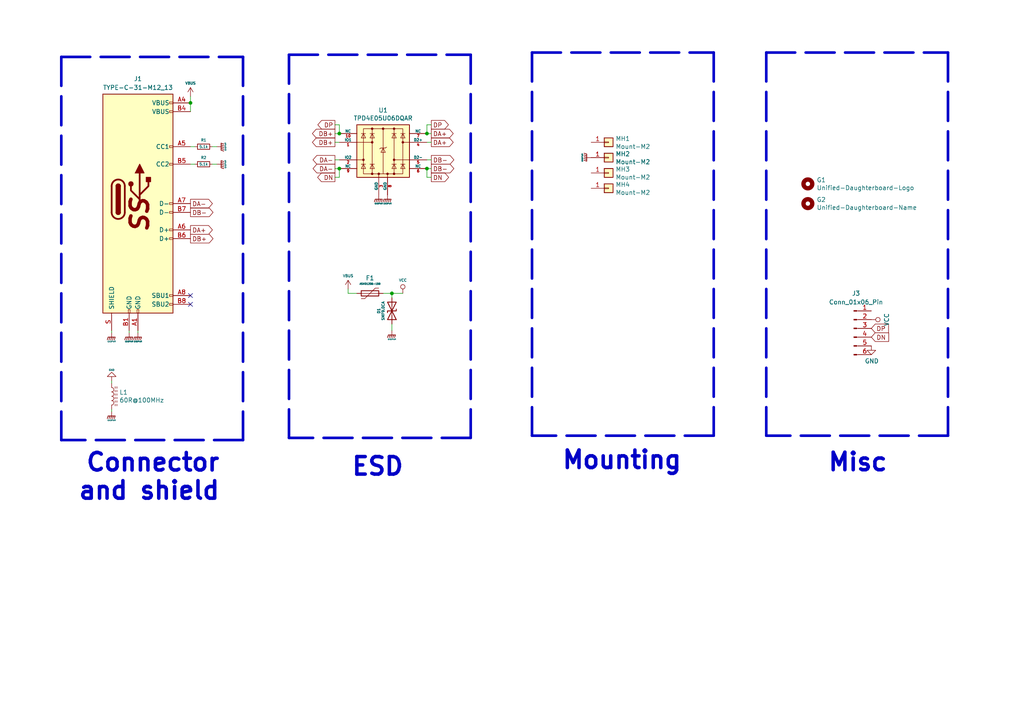
<source format=kicad_sch>
(kicad_sch
	(version 20250114)
	(generator "eeschema")
	(generator_version "9.0")
	(uuid "7624bdbd-7a6e-4d69-9e04-89233acadea6")
	(paper "A4")
	(title_block
		(title "Unified Daughterboard")
		(date "2020-03-22")
		(rev "C3")
		(company "Designed by the keyboard community")
	)
	(lib_symbols
		(symbol "Connector:Conn_01x06_Pin"
			(pin_names
				(offset 1.016)
				(hide yes)
			)
			(exclude_from_sim no)
			(in_bom yes)
			(on_board yes)
			(property "Reference" "J"
				(at 0 7.62 0)
				(effects
					(font
						(size 1.27 1.27)
					)
				)
			)
			(property "Value" "Conn_01x06_Pin"
				(at 0 -10.16 0)
				(effects
					(font
						(size 1.27 1.27)
					)
				)
			)
			(property "Footprint" ""
				(at 0 0 0)
				(effects
					(font
						(size 1.27 1.27)
					)
					(hide yes)
				)
			)
			(property "Datasheet" "~"
				(at 0 0 0)
				(effects
					(font
						(size 1.27 1.27)
					)
					(hide yes)
				)
			)
			(property "Description" "Generic connector, single row, 01x06, script generated"
				(at 0 0 0)
				(effects
					(font
						(size 1.27 1.27)
					)
					(hide yes)
				)
			)
			(property "ki_locked" ""
				(at 0 0 0)
				(effects
					(font
						(size 1.27 1.27)
					)
				)
			)
			(property "ki_keywords" "connector"
				(at 0 0 0)
				(effects
					(font
						(size 1.27 1.27)
					)
					(hide yes)
				)
			)
			(property "ki_fp_filters" "Connector*:*_1x??_*"
				(at 0 0 0)
				(effects
					(font
						(size 1.27 1.27)
					)
					(hide yes)
				)
			)
			(symbol "Conn_01x06_Pin_1_1"
				(rectangle
					(start 0.8636 5.207)
					(end 0 4.953)
					(stroke
						(width 0.1524)
						(type default)
					)
					(fill
						(type outline)
					)
				)
				(rectangle
					(start 0.8636 2.667)
					(end 0 2.413)
					(stroke
						(width 0.1524)
						(type default)
					)
					(fill
						(type outline)
					)
				)
				(rectangle
					(start 0.8636 0.127)
					(end 0 -0.127)
					(stroke
						(width 0.1524)
						(type default)
					)
					(fill
						(type outline)
					)
				)
				(rectangle
					(start 0.8636 -2.413)
					(end 0 -2.667)
					(stroke
						(width 0.1524)
						(type default)
					)
					(fill
						(type outline)
					)
				)
				(rectangle
					(start 0.8636 -4.953)
					(end 0 -5.207)
					(stroke
						(width 0.1524)
						(type default)
					)
					(fill
						(type outline)
					)
				)
				(rectangle
					(start 0.8636 -7.493)
					(end 0 -7.747)
					(stroke
						(width 0.1524)
						(type default)
					)
					(fill
						(type outline)
					)
				)
				(polyline
					(pts
						(xy 1.27 5.08) (xy 0.8636 5.08)
					)
					(stroke
						(width 0.1524)
						(type default)
					)
					(fill
						(type none)
					)
				)
				(polyline
					(pts
						(xy 1.27 2.54) (xy 0.8636 2.54)
					)
					(stroke
						(width 0.1524)
						(type default)
					)
					(fill
						(type none)
					)
				)
				(polyline
					(pts
						(xy 1.27 0) (xy 0.8636 0)
					)
					(stroke
						(width 0.1524)
						(type default)
					)
					(fill
						(type none)
					)
				)
				(polyline
					(pts
						(xy 1.27 -2.54) (xy 0.8636 -2.54)
					)
					(stroke
						(width 0.1524)
						(type default)
					)
					(fill
						(type none)
					)
				)
				(polyline
					(pts
						(xy 1.27 -5.08) (xy 0.8636 -5.08)
					)
					(stroke
						(width 0.1524)
						(type default)
					)
					(fill
						(type none)
					)
				)
				(polyline
					(pts
						(xy 1.27 -7.62) (xy 0.8636 -7.62)
					)
					(stroke
						(width 0.1524)
						(type default)
					)
					(fill
						(type none)
					)
				)
				(pin passive line
					(at 5.08 5.08 180)
					(length 3.81)
					(name "Pin_1"
						(effects
							(font
								(size 1.27 1.27)
							)
						)
					)
					(number "1"
						(effects
							(font
								(size 1.27 1.27)
							)
						)
					)
				)
				(pin passive line
					(at 5.08 2.54 180)
					(length 3.81)
					(name "Pin_2"
						(effects
							(font
								(size 1.27 1.27)
							)
						)
					)
					(number "2"
						(effects
							(font
								(size 1.27 1.27)
							)
						)
					)
				)
				(pin passive line
					(at 5.08 0 180)
					(length 3.81)
					(name "Pin_3"
						(effects
							(font
								(size 1.27 1.27)
							)
						)
					)
					(number "3"
						(effects
							(font
								(size 1.27 1.27)
							)
						)
					)
				)
				(pin passive line
					(at 5.08 -2.54 180)
					(length 3.81)
					(name "Pin_4"
						(effects
							(font
								(size 1.27 1.27)
							)
						)
					)
					(number "4"
						(effects
							(font
								(size 1.27 1.27)
							)
						)
					)
				)
				(pin passive line
					(at 5.08 -5.08 180)
					(length 3.81)
					(name "Pin_5"
						(effects
							(font
								(size 1.27 1.27)
							)
						)
					)
					(number "5"
						(effects
							(font
								(size 1.27 1.27)
							)
						)
					)
				)
				(pin passive line
					(at 5.08 -7.62 180)
					(length 3.81)
					(name "Pin_6"
						(effects
							(font
								(size 1.27 1.27)
							)
						)
					)
					(number "6"
						(effects
							(font
								(size 1.27 1.27)
							)
						)
					)
				)
			)
			(embedded_fonts no)
		)
		(symbol "Connector_Generic:Conn_01x01"
			(pin_names
				(offset 1.016)
				(hide yes)
			)
			(exclude_from_sim no)
			(in_bom yes)
			(on_board yes)
			(property "Reference" "J"
				(at 0 2.54 0)
				(effects
					(font
						(size 1.27 1.27)
					)
				)
			)
			(property "Value" "Conn_01x01"
				(at 0 -2.54 0)
				(effects
					(font
						(size 1.27 1.27)
					)
				)
			)
			(property "Footprint" ""
				(at 0 0 0)
				(effects
					(font
						(size 1.27 1.27)
					)
					(hide yes)
				)
			)
			(property "Datasheet" "~"
				(at 0 0 0)
				(effects
					(font
						(size 1.27 1.27)
					)
					(hide yes)
				)
			)
			(property "Description" "Generic connector, single row, 01x01, script generated (kicad-library-utils/schlib/autogen/connector/)"
				(at 0 0 0)
				(effects
					(font
						(size 1.27 1.27)
					)
					(hide yes)
				)
			)
			(property "ki_keywords" "connector"
				(at 0 0 0)
				(effects
					(font
						(size 1.27 1.27)
					)
					(hide yes)
				)
			)
			(property "ki_fp_filters" "Connector*:*_1x??_*"
				(at 0 0 0)
				(effects
					(font
						(size 1.27 1.27)
					)
					(hide yes)
				)
			)
			(symbol "Conn_01x01_1_1"
				(rectangle
					(start -1.27 1.27)
					(end 1.27 -1.27)
					(stroke
						(width 0.254)
						(type default)
					)
					(fill
						(type background)
					)
				)
				(rectangle
					(start -1.27 0.127)
					(end 0 -0.127)
					(stroke
						(width 0.1524)
						(type default)
					)
					(fill
						(type none)
					)
				)
				(pin passive line
					(at -5.08 0 0)
					(length 3.81)
					(name "Pin_1"
						(effects
							(font
								(size 1.27 1.27)
							)
						)
					)
					(number "1"
						(effects
							(font
								(size 1.27 1.27)
							)
						)
					)
				)
			)
			(embedded_fonts no)
		)
		(symbol "Device:D_TVS"
			(pin_numbers
				(hide yes)
			)
			(pin_names
				(offset 1.016)
				(hide yes)
			)
			(exclude_from_sim no)
			(in_bom yes)
			(on_board yes)
			(property "Reference" "D"
				(at 0 2.54 0)
				(effects
					(font
						(size 1.27 1.27)
					)
				)
			)
			(property "Value" "D_TVS"
				(at 0 -2.54 0)
				(effects
					(font
						(size 1.27 1.27)
					)
				)
			)
			(property "Footprint" ""
				(at 0 0 0)
				(effects
					(font
						(size 1.27 1.27)
					)
					(hide yes)
				)
			)
			(property "Datasheet" "~"
				(at 0 0 0)
				(effects
					(font
						(size 1.27 1.27)
					)
					(hide yes)
				)
			)
			(property "Description" "Bidirectional transient-voltage-suppression diode"
				(at 0 0 0)
				(effects
					(font
						(size 1.27 1.27)
					)
					(hide yes)
				)
			)
			(property "ki_keywords" "diode TVS thyrector"
				(at 0 0 0)
				(effects
					(font
						(size 1.27 1.27)
					)
					(hide yes)
				)
			)
			(property "ki_fp_filters" "TO-???* *_Diode_* *SingleDiode* D_*"
				(at 0 0 0)
				(effects
					(font
						(size 1.27 1.27)
					)
					(hide yes)
				)
			)
			(symbol "D_TVS_0_1"
				(polyline
					(pts
						(xy -2.54 1.27) (xy -2.54 -1.27) (xy 2.54 1.27) (xy 2.54 -1.27) (xy -2.54 1.27)
					)
					(stroke
						(width 0.254)
						(type default)
					)
					(fill
						(type none)
					)
				)
				(polyline
					(pts
						(xy 0.508 1.27) (xy 0 1.27) (xy 0 -1.27) (xy -0.508 -1.27)
					)
					(stroke
						(width 0.254)
						(type default)
					)
					(fill
						(type none)
					)
				)
				(polyline
					(pts
						(xy 1.27 0) (xy -1.27 0)
					)
					(stroke
						(width 0)
						(type default)
					)
					(fill
						(type none)
					)
				)
			)
			(symbol "D_TVS_1_1"
				(pin passive line
					(at -3.81 0 0)
					(length 2.54)
					(name "A1"
						(effects
							(font
								(size 1.27 1.27)
							)
						)
					)
					(number "1"
						(effects
							(font
								(size 1.27 1.27)
							)
						)
					)
				)
				(pin passive line
					(at 3.81 0 180)
					(length 2.54)
					(name "A2"
						(effects
							(font
								(size 1.27 1.27)
							)
						)
					)
					(number "2"
						(effects
							(font
								(size 1.27 1.27)
							)
						)
					)
				)
			)
			(embedded_fonts no)
		)
		(symbol "Device:Polyfuse"
			(pin_numbers
				(hide yes)
			)
			(pin_names
				(offset 0)
			)
			(exclude_from_sim no)
			(in_bom yes)
			(on_board yes)
			(property "Reference" "F"
				(at -2.54 0 90)
				(effects
					(font
						(size 1.27 1.27)
					)
				)
			)
			(property "Value" "Polyfuse"
				(at 2.54 0 90)
				(effects
					(font
						(size 1.27 1.27)
					)
				)
			)
			(property "Footprint" ""
				(at 1.27 -5.08 0)
				(effects
					(font
						(size 1.27 1.27)
					)
					(justify left)
					(hide yes)
				)
			)
			(property "Datasheet" "~"
				(at 0 0 0)
				(effects
					(font
						(size 1.27 1.27)
					)
					(hide yes)
				)
			)
			(property "Description" "Resettable fuse, polymeric positive temperature coefficient"
				(at 0 0 0)
				(effects
					(font
						(size 1.27 1.27)
					)
					(hide yes)
				)
			)
			(property "ki_keywords" "resettable fuse PTC PPTC polyfuse polyswitch"
				(at 0 0 0)
				(effects
					(font
						(size 1.27 1.27)
					)
					(hide yes)
				)
			)
			(property "ki_fp_filters" "*polyfuse* *PTC*"
				(at 0 0 0)
				(effects
					(font
						(size 1.27 1.27)
					)
					(hide yes)
				)
			)
			(symbol "Polyfuse_0_1"
				(polyline
					(pts
						(xy -1.524 2.54) (xy -1.524 1.524) (xy 1.524 -1.524) (xy 1.524 -2.54)
					)
					(stroke
						(width 0)
						(type default)
					)
					(fill
						(type none)
					)
				)
				(rectangle
					(start -0.762 2.54)
					(end 0.762 -2.54)
					(stroke
						(width 0.254)
						(type default)
					)
					(fill
						(type none)
					)
				)
				(polyline
					(pts
						(xy 0 2.54) (xy 0 -2.54)
					)
					(stroke
						(width 0)
						(type default)
					)
					(fill
						(type none)
					)
				)
			)
			(symbol "Polyfuse_1_1"
				(pin passive line
					(at 0 3.81 270)
					(length 1.27)
					(name "~"
						(effects
							(font
								(size 1.27 1.27)
							)
						)
					)
					(number "1"
						(effects
							(font
								(size 1.27 1.27)
							)
						)
					)
				)
				(pin passive line
					(at 0 -3.81 90)
					(length 1.27)
					(name "~"
						(effects
							(font
								(size 1.27 1.27)
							)
						)
					)
					(number "2"
						(effects
							(font
								(size 1.27 1.27)
							)
						)
					)
				)
			)
			(embedded_fonts no)
		)
		(symbol "Device:R_Small"
			(pin_numbers
				(hide yes)
			)
			(pin_names
				(offset 0.254)
				(hide yes)
			)
			(exclude_from_sim no)
			(in_bom yes)
			(on_board yes)
			(property "Reference" "R"
				(at 0.762 0.508 0)
				(effects
					(font
						(size 1.27 1.27)
					)
					(justify left)
				)
			)
			(property "Value" "R_Small"
				(at 0.762 -1.016 0)
				(effects
					(font
						(size 1.27 1.27)
					)
					(justify left)
				)
			)
			(property "Footprint" ""
				(at 0 0 0)
				(effects
					(font
						(size 1.27 1.27)
					)
					(hide yes)
				)
			)
			(property "Datasheet" "~"
				(at 0 0 0)
				(effects
					(font
						(size 1.27 1.27)
					)
					(hide yes)
				)
			)
			(property "Description" "Resistor, small symbol"
				(at 0 0 0)
				(effects
					(font
						(size 1.27 1.27)
					)
					(hide yes)
				)
			)
			(property "ki_keywords" "R resistor"
				(at 0 0 0)
				(effects
					(font
						(size 1.27 1.27)
					)
					(hide yes)
				)
			)
			(property "ki_fp_filters" "R_*"
				(at 0 0 0)
				(effects
					(font
						(size 1.27 1.27)
					)
					(hide yes)
				)
			)
			(symbol "R_Small_0_1"
				(rectangle
					(start -0.762 1.778)
					(end 0.762 -1.778)
					(stroke
						(width 0.2032)
						(type default)
					)
					(fill
						(type none)
					)
				)
			)
			(symbol "R_Small_1_1"
				(pin passive line
					(at 0 2.54 270)
					(length 0.762)
					(name "~"
						(effects
							(font
								(size 1.27 1.27)
							)
						)
					)
					(number "1"
						(effects
							(font
								(size 1.27 1.27)
							)
						)
					)
				)
				(pin passive line
					(at 0 -2.54 90)
					(length 0.762)
					(name "~"
						(effects
							(font
								(size 1.27 1.27)
							)
						)
					)
					(number "2"
						(effects
							(font
								(size 1.27 1.27)
							)
						)
					)
				)
			)
			(embedded_fonts no)
		)
		(symbol "Mechanical:MountingHole"
			(pin_names
				(offset 1.016)
			)
			(exclude_from_sim yes)
			(in_bom no)
			(on_board yes)
			(property "Reference" "H"
				(at 0 5.08 0)
				(effects
					(font
						(size 1.27 1.27)
					)
				)
			)
			(property "Value" "MountingHole"
				(at 0 3.175 0)
				(effects
					(font
						(size 1.27 1.27)
					)
				)
			)
			(property "Footprint" ""
				(at 0 0 0)
				(effects
					(font
						(size 1.27 1.27)
					)
					(hide yes)
				)
			)
			(property "Datasheet" "~"
				(at 0 0 0)
				(effects
					(font
						(size 1.27 1.27)
					)
					(hide yes)
				)
			)
			(property "Description" "Mounting Hole without connection"
				(at 0 0 0)
				(effects
					(font
						(size 1.27 1.27)
					)
					(hide yes)
				)
			)
			(property "ki_keywords" "mounting hole"
				(at 0 0 0)
				(effects
					(font
						(size 1.27 1.27)
					)
					(hide yes)
				)
			)
			(property "ki_fp_filters" "MountingHole*"
				(at 0 0 0)
				(effects
					(font
						(size 1.27 1.27)
					)
					(hide yes)
				)
			)
			(symbol "MountingHole_0_1"
				(circle
					(center 0 0)
					(radius 1.27)
					(stroke
						(width 1.27)
						(type default)
					)
					(fill
						(type none)
					)
				)
			)
			(embedded_fonts no)
		)
		(symbol "Unified-Daughterboard-rescue:GND-power"
			(power)
			(pin_names
				(offset 0)
			)
			(exclude_from_sim no)
			(in_bom yes)
			(on_board yes)
			(property "Reference" "#PWR"
				(at 0 -6.35 0)
				(effects
					(font
						(size 1.27 1.27)
					)
					(hide yes)
				)
			)
			(property "Value" "power_GND"
				(at 0 -3.81 0)
				(effects
					(font
						(size 1.27 1.27)
					)
				)
			)
			(property "Footprint" ""
				(at 0 0 0)
				(effects
					(font
						(size 1.27 1.27)
					)
					(hide yes)
				)
			)
			(property "Datasheet" ""
				(at 0 0 0)
				(effects
					(font
						(size 1.27 1.27)
					)
					(hide yes)
				)
			)
			(property "Description" ""
				(at 0 0 0)
				(effects
					(font
						(size 1.27 1.27)
					)
					(hide yes)
				)
			)
			(symbol "GND-power_0_1"
				(polyline
					(pts
						(xy 0 0) (xy 0 -1.27) (xy 1.27 -1.27) (xy 0 -2.54) (xy -1.27 -1.27) (xy 0 -1.27)
					)
					(stroke
						(width 0)
						(type solid)
					)
					(fill
						(type none)
					)
				)
			)
			(symbol "GND-power_1_1"
				(pin power_in line
					(at 0 0 270)
					(length 0)
					(hide yes)
					(name "GND"
						(effects
							(font
								(size 1.27 1.27)
							)
						)
					)
					(number "1"
						(effects
							(font
								(size 1.27 1.27)
							)
						)
					)
				)
			)
			(embedded_fonts no)
		)
		(symbol "Unified-Daughterboard-rescue:GNDPWR-power"
			(power)
			(pin_names
				(offset 0)
			)
			(exclude_from_sim no)
			(in_bom yes)
			(on_board yes)
			(property "Reference" "#PWR"
				(at 0 -5.08 0)
				(effects
					(font
						(size 1.27 1.27)
					)
					(hide yes)
				)
			)
			(property "Value" "power_GNDPWR"
				(at 0 -3.302 0)
				(effects
					(font
						(size 1.27 1.27)
					)
				)
			)
			(property "Footprint" ""
				(at 0 -1.27 0)
				(effects
					(font
						(size 1.27 1.27)
					)
					(hide yes)
				)
			)
			(property "Datasheet" ""
				(at 0 -1.27 0)
				(effects
					(font
						(size 1.27 1.27)
					)
					(hide yes)
				)
			)
			(property "Description" ""
				(at 0 0 0)
				(effects
					(font
						(size 1.27 1.27)
					)
					(hide yes)
				)
			)
			(symbol "GNDPWR-power_0_1"
				(polyline
					(pts
						(xy -1.016 -1.27) (xy -1.27 -2.032) (xy -1.27 -2.032)
					)
					(stroke
						(width 0.2032)
						(type solid)
					)
					(fill
						(type none)
					)
				)
				(polyline
					(pts
						(xy -0.508 -1.27) (xy -0.762 -2.032) (xy -0.762 -2.032)
					)
					(stroke
						(width 0.2032)
						(type solid)
					)
					(fill
						(type none)
					)
				)
				(polyline
					(pts
						(xy 0 -1.27) (xy 0 0)
					)
					(stroke
						(width 0)
						(type solid)
					)
					(fill
						(type none)
					)
				)
				(polyline
					(pts
						(xy 0 -1.27) (xy -0.254 -2.032) (xy -0.254 -2.032)
					)
					(stroke
						(width 0.2032)
						(type solid)
					)
					(fill
						(type none)
					)
				)
				(polyline
					(pts
						(xy 0.508 -1.27) (xy 0.254 -2.032) (xy 0.254 -2.032)
					)
					(stroke
						(width 0.2032)
						(type solid)
					)
					(fill
						(type none)
					)
				)
				(polyline
					(pts
						(xy 1.016 -1.27) (xy -1.016 -1.27) (xy -1.016 -1.27)
					)
					(stroke
						(width 0.2032)
						(type solid)
					)
					(fill
						(type none)
					)
				)
				(polyline
					(pts
						(xy 1.016 -1.27) (xy 0.762 -2.032) (xy 0.762 -2.032) (xy 0.762 -2.032)
					)
					(stroke
						(width 0.2032)
						(type solid)
					)
					(fill
						(type none)
					)
				)
			)
			(symbol "GNDPWR-power_1_1"
				(pin power_in line
					(at 0 0 270)
					(length 0)
					(hide yes)
					(name "GNDPWR"
						(effects
							(font
								(size 1.27 1.27)
							)
						)
					)
					(number "1"
						(effects
							(font
								(size 1.27 1.27)
							)
						)
					)
				)
			)
			(embedded_fonts no)
		)
		(symbol "Unified-Daughterboard-rescue:L_Core_Ferrite-Device"
			(pin_numbers
				(hide yes)
			)
			(pin_names
				(offset 1.016)
				(hide yes)
			)
			(exclude_from_sim no)
			(in_bom yes)
			(on_board yes)
			(property "Reference" "L"
				(at -1.27 0 90)
				(effects
					(font
						(size 1.27 1.27)
					)
				)
			)
			(property "Value" "Device_L_Core_Ferrite"
				(at 2.794 0 90)
				(effects
					(font
						(size 1.27 1.27)
					)
				)
			)
			(property "Footprint" ""
				(at 0 0 0)
				(effects
					(font
						(size 1.27 1.27)
					)
					(hide yes)
				)
			)
			(property "Datasheet" ""
				(at 0 0 0)
				(effects
					(font
						(size 1.27 1.27)
					)
					(hide yes)
				)
			)
			(property "Description" ""
				(at 0 0 0)
				(effects
					(font
						(size 1.27 1.27)
					)
					(hide yes)
				)
			)
			(property "ki_fp_filters" "Choke_* *Coil* Inductor_* L_*"
				(at 0 0 0)
				(effects
					(font
						(size 1.27 1.27)
					)
					(hide yes)
				)
			)
			(symbol "L_Core_Ferrite-Device_0_1"
				(arc
					(start 0 2.54)
					(mid 0.635 1.905)
					(end 0 1.27)
					(stroke
						(width 0)
						(type solid)
					)
					(fill
						(type none)
					)
				)
				(arc
					(start 0 1.27)
					(mid 0.635 0.635)
					(end 0 0)
					(stroke
						(width 0)
						(type solid)
					)
					(fill
						(type none)
					)
				)
				(arc
					(start 0 0)
					(mid 0.635 -0.635)
					(end 0 -1.27)
					(stroke
						(width 0)
						(type solid)
					)
					(fill
						(type none)
					)
				)
				(arc
					(start 0 -1.27)
					(mid 0.635 -1.905)
					(end 0 -2.54)
					(stroke
						(width 0)
						(type solid)
					)
					(fill
						(type none)
					)
				)
				(polyline
					(pts
						(xy 1.016 2.286) (xy 1.016 2.794)
					)
					(stroke
						(width 0)
						(type solid)
					)
					(fill
						(type none)
					)
				)
				(polyline
					(pts
						(xy 1.016 1.27) (xy 1.016 1.778)
					)
					(stroke
						(width 0)
						(type solid)
					)
					(fill
						(type none)
					)
				)
				(polyline
					(pts
						(xy 1.016 0.254) (xy 1.016 0.762)
					)
					(stroke
						(width 0)
						(type solid)
					)
					(fill
						(type none)
					)
				)
				(polyline
					(pts
						(xy 1.016 -0.762) (xy 1.016 -0.254)
					)
					(stroke
						(width 0)
						(type solid)
					)
					(fill
						(type none)
					)
				)
				(polyline
					(pts
						(xy 1.016 -1.778) (xy 1.016 -1.27)
					)
					(stroke
						(width 0)
						(type solid)
					)
					(fill
						(type none)
					)
				)
				(polyline
					(pts
						(xy 1.016 -2.794) (xy 1.016 -2.286)
					)
					(stroke
						(width 0)
						(type solid)
					)
					(fill
						(type none)
					)
				)
				(polyline
					(pts
						(xy 1.524 2.794) (xy 1.524 2.286)
					)
					(stroke
						(width 0)
						(type solid)
					)
					(fill
						(type none)
					)
				)
				(polyline
					(pts
						(xy 1.524 1.778) (xy 1.524 1.27)
					)
					(stroke
						(width 0)
						(type solid)
					)
					(fill
						(type none)
					)
				)
				(polyline
					(pts
						(xy 1.524 0.762) (xy 1.524 0.254)
					)
					(stroke
						(width 0)
						(type solid)
					)
					(fill
						(type none)
					)
				)
				(polyline
					(pts
						(xy 1.524 -0.254) (xy 1.524 -0.762)
					)
					(stroke
						(width 0)
						(type solid)
					)
					(fill
						(type none)
					)
				)
				(polyline
					(pts
						(xy 1.524 -1.27) (xy 1.524 -1.778)
					)
					(stroke
						(width 0)
						(type solid)
					)
					(fill
						(type none)
					)
				)
				(polyline
					(pts
						(xy 1.524 -2.286) (xy 1.524 -2.794)
					)
					(stroke
						(width 0)
						(type solid)
					)
					(fill
						(type none)
					)
				)
			)
			(symbol "L_Core_Ferrite-Device_1_1"
				(pin passive line
					(at 0 3.81 270)
					(length 1.27)
					(name "1"
						(effects
							(font
								(size 1.27 1.27)
							)
						)
					)
					(number "1"
						(effects
							(font
								(size 1.27 1.27)
							)
						)
					)
				)
				(pin passive line
					(at 0 -3.81 90)
					(length 1.27)
					(name "2"
						(effects
							(font
								(size 1.27 1.27)
							)
						)
					)
					(number "2"
						(effects
							(font
								(size 1.27 1.27)
							)
						)
					)
				)
			)
			(embedded_fonts no)
		)
		(symbol "Unified-Daughterboard-rescue:TPD4E05U06DQAR-acheronSymbols"
			(pin_names
				(offset 0)
			)
			(exclude_from_sim no)
			(in_bom yes)
			(on_board yes)
			(property "Reference" "U"
				(at 0 12.7 0)
				(effects
					(font
						(size 1.27 1.27)
					)
				)
			)
			(property "Value" "acheronSymbols_TPD4E05U06DQAR"
				(at 0 10.16 0)
				(effects
					(font
						(size 1.27 1.27)
					)
				)
			)
			(property "Footprint" "Package_SON:USON-10_2.5x1.0mm_P0.5mm"
				(at 0 26.67 0)
				(effects
					(font
						(size 1.27 1.27)
					)
					(hide yes)
				)
			)
			(property "Datasheet" ""
				(at 0 0 0)
				(effects
					(font
						(size 1.27 1.27)
					)
					(hide yes)
				)
			)
			(property "Description" ""
				(at 0 0 0)
				(effects
					(font
						(size 1.27 1.27)
					)
					(hide yes)
				)
			)
			(property "Manufacturer" "Texas Instruments"
				(at 0 24.13 0)
				(effects
					(font
						(size 1.27 1.27)
					)
					(hide yes)
				)
			)
			(property "Manufacturer Part #" "TPD4E05U06DQAR"
				(at 0 16.51 0)
				(effects
					(font
						(size 1.27 1.27)
					)
					(hide yes)
				)
			)
			(property "LCSC Part #" "C138714"
				(at 0 19.05 0)
				(effects
					(font
						(size 1.27 1.27)
					)
					(hide yes)
				)
			)
			(property "Package" "uSON-10"
				(at 0 21.59 0)
				(effects
					(font
						(size 1.27 1.27)
					)
					(hide yes)
				)
			)
			(property "ki_fp_filters" "USON*2.5x1.0mm*P0.5mm*"
				(at 0 0 0)
				(effects
					(font
						(size 1.27 1.27)
					)
					(hide yes)
				)
			)
			(symbol "TPD4E05U06DQAR-acheronSymbols_0_0"
				(rectangle
					(start -5.715 6.477)
					(end 5.715 -6.604)
					(stroke
						(width 0)
						(type solid)
					)
					(fill
						(type none)
					)
				)
				(polyline
					(pts
						(xy -3.175 -6.604) (xy -3.175 6.477)
					)
					(stroke
						(width 0)
						(type solid)
					)
					(fill
						(type none)
					)
				)
				(polyline
					(pts
						(xy 0 6.477) (xy 0 -6.604)
					)
					(stroke
						(width 0)
						(type solid)
					)
					(fill
						(type none)
					)
				)
				(polyline
					(pts
						(xy 3.175 6.477) (xy 3.175 -6.604)
					)
					(stroke
						(width 0)
						(type solid)
					)
					(fill
						(type none)
					)
				)
			)
			(symbol "TPD4E05U06DQAR-acheronSymbols_0_1"
				(polyline
					(pts
						(xy -7.747 2.54) (xy -3.175 2.54)
					)
					(stroke
						(width 0)
						(type solid)
					)
					(fill
						(type none)
					)
				)
				(rectangle
					(start -7.62 7.62)
					(end 7.62 -7.62)
					(stroke
						(width 0.254)
						(type solid)
					)
					(fill
						(type background)
					)
				)
				(polyline
					(pts
						(xy -7.62 -2.54) (xy -5.715 -2.54)
					)
					(stroke
						(width 0)
						(type solid)
					)
					(fill
						(type none)
					)
				)
				(circle
					(center -5.715 -2.54)
					(radius 0.2794)
					(stroke
						(width 0)
						(type solid)
					)
					(fill
						(type outline)
					)
				)
				(polyline
					(pts
						(xy -5.08 5.08) (xy -6.35 5.08)
					)
					(stroke
						(width 0)
						(type solid)
					)
					(fill
						(type none)
					)
				)
				(polyline
					(pts
						(xy -5.08 3.81) (xy -6.35 3.81) (xy -5.715 5.08) (xy -5.08 3.81)
					)
					(stroke
						(width 0)
						(type solid)
					)
					(fill
						(type none)
					)
				)
				(polyline
					(pts
						(xy -5.08 -3.81) (xy -6.35 -3.81)
					)
					(stroke
						(width 0)
						(type solid)
					)
					(fill
						(type none)
					)
				)
				(polyline
					(pts
						(xy -5.08 -5.08) (xy -6.35 -5.08) (xy -5.715 -3.81) (xy -5.08 -5.08)
					)
					(stroke
						(width 0)
						(type solid)
					)
					(fill
						(type none)
					)
				)
				(circle
					(center -3.175 6.477)
					(radius 0.2794)
					(stroke
						(width 0)
						(type solid)
					)
					(fill
						(type outline)
					)
				)
				(circle
					(center -3.175 2.54)
					(radius 0.2794)
					(stroke
						(width 0)
						(type solid)
					)
					(fill
						(type outline)
					)
				)
				(circle
					(center -3.175 -6.604)
					(radius 0.2794)
					(stroke
						(width 0)
						(type solid)
					)
					(fill
						(type outline)
					)
				)
				(polyline
					(pts
						(xy -2.54 5.08) (xy -3.81 5.08)
					)
					(stroke
						(width 0)
						(type solid)
					)
					(fill
						(type none)
					)
				)
				(polyline
					(pts
						(xy -2.54 3.81) (xy -3.81 3.81) (xy -3.175 5.08) (xy -2.54 3.81)
					)
					(stroke
						(width 0)
						(type solid)
					)
					(fill
						(type none)
					)
				)
				(polyline
					(pts
						(xy -2.54 -3.81) (xy -3.81 -3.81)
					)
					(stroke
						(width 0)
						(type solid)
					)
					(fill
						(type none)
					)
				)
				(polyline
					(pts
						(xy -2.54 -5.08) (xy -3.81 -5.08) (xy -3.175 -3.81) (xy -2.54 -5.08)
					)
					(stroke
						(width 0)
						(type solid)
					)
					(fill
						(type none)
					)
				)
				(circle
					(center -1.27 -6.604)
					(radius 0.2794)
					(stroke
						(width 0)
						(type solid)
					)
					(fill
						(type outline)
					)
				)
				(polyline
					(pts
						(xy -1.27 -6.604) (xy -1.27 -7.62)
					)
					(stroke
						(width 0)
						(type solid)
					)
					(fill
						(type none)
					)
				)
				(polyline
					(pts
						(xy -0.635 0.889) (xy -1.016 0.635)
					)
					(stroke
						(width 0)
						(type solid)
					)
					(fill
						(type none)
					)
				)
				(circle
					(center 0 6.477)
					(radius 0.2794)
					(stroke
						(width 0)
						(type solid)
					)
					(fill
						(type outline)
					)
				)
				(polyline
					(pts
						(xy 0.635 0.889) (xy -0.635 0.889)
					)
					(stroke
						(width 0)
						(type solid)
					)
					(fill
						(type none)
					)
				)
				(polyline
					(pts
						(xy 0.635 0.889) (xy 1.016 1.143)
					)
					(stroke
						(width 0)
						(type solid)
					)
					(fill
						(type none)
					)
				)
				(polyline
					(pts
						(xy 0.635 -0.381) (xy -0.635 -0.381) (xy 0 0.889) (xy 0.635 -0.381)
					)
					(stroke
						(width 0)
						(type solid)
					)
					(fill
						(type none)
					)
				)
				(circle
					(center 3.175 6.477)
					(radius 0.2794)
					(stroke
						(width 0)
						(type solid)
					)
					(fill
						(type outline)
					)
				)
				(circle
					(center 3.175 -2.54)
					(radius 0.2794)
					(stroke
						(width 0)
						(type solid)
					)
					(fill
						(type outline)
					)
				)
				(circle
					(center 3.175 -6.604)
					(radius 0.2794)
					(stroke
						(width 0)
						(type solid)
					)
					(fill
						(type outline)
					)
				)
				(polyline
					(pts
						(xy 3.81 5.08) (xy 2.54 5.08)
					)
					(stroke
						(width 0)
						(type solid)
					)
					(fill
						(type none)
					)
				)
				(polyline
					(pts
						(xy 3.81 3.81) (xy 2.54 3.81) (xy 3.175 5.08) (xy 3.81 3.81)
					)
					(stroke
						(width 0)
						(type solid)
					)
					(fill
						(type none)
					)
				)
				(polyline
					(pts
						(xy 3.81 -3.81) (xy 2.54 -3.81)
					)
					(stroke
						(width 0)
						(type solid)
					)
					(fill
						(type none)
					)
				)
				(polyline
					(pts
						(xy 3.81 -5.08) (xy 2.54 -5.08) (xy 3.175 -3.81) (xy 3.81 -5.08)
					)
					(stroke
						(width 0)
						(type solid)
					)
					(fill
						(type none)
					)
				)
				(circle
					(center 5.715 2.54)
					(radius 0.2794)
					(stroke
						(width 0)
						(type solid)
					)
					(fill
						(type outline)
					)
				)
				(polyline
					(pts
						(xy 6.35 5.08) (xy 5.08 5.08)
					)
					(stroke
						(width 0)
						(type solid)
					)
					(fill
						(type none)
					)
				)
				(polyline
					(pts
						(xy 6.35 3.81) (xy 5.08 3.81) (xy 5.715 5.08) (xy 6.35 3.81)
					)
					(stroke
						(width 0)
						(type solid)
					)
					(fill
						(type none)
					)
				)
				(polyline
					(pts
						(xy 6.35 -3.81) (xy 5.08 -3.81)
					)
					(stroke
						(width 0)
						(type solid)
					)
					(fill
						(type none)
					)
				)
				(polyline
					(pts
						(xy 6.35 -5.08) (xy 5.08 -5.08) (xy 5.715 -3.81) (xy 6.35 -5.08)
					)
					(stroke
						(width 0)
						(type solid)
					)
					(fill
						(type none)
					)
				)
				(polyline
					(pts
						(xy 7.62 2.54) (xy 5.715 2.54)
					)
					(stroke
						(width 0)
						(type solid)
					)
					(fill
						(type none)
					)
				)
				(polyline
					(pts
						(xy 7.62 -2.54) (xy 3.175 -2.54)
					)
					(stroke
						(width 0)
						(type solid)
					)
					(fill
						(type none)
					)
				)
			)
			(symbol "TPD4E05U06DQAR-acheronSymbols_1_1"
				(polyline
					(pts
						(xy 1.27 -6.604) (xy 1.27 -7.62)
					)
					(stroke
						(width 0)
						(type solid)
					)
					(fill
						(type none)
					)
				)
				(circle
					(center 1.27 -6.604)
					(radius 0.2794)
					(stroke
						(width 0)
						(type solid)
					)
					(fill
						(type outline)
					)
				)
				(pin bidirectional line
					(at -12.7 5.08 0)
					(length 5.08)
					(name "NC"
						(effects
							(font
								(size 0.762 0.762)
							)
						)
					)
					(number "10"
						(effects
							(font
								(size 0.762 0.762)
							)
						)
					)
				)
				(pin bidirectional line
					(at -12.7 2.54 0)
					(length 5.08)
					(name "IO1"
						(effects
							(font
								(size 0.762 0.762)
							)
						)
					)
					(number "1"
						(effects
							(font
								(size 0.762 0.762)
							)
						)
					)
				)
				(pin bidirectional line
					(at -12.7 -2.54 0)
					(length 5.08)
					(name "IO2"
						(effects
							(font
								(size 0.762 0.762)
							)
						)
					)
					(number "2"
						(effects
							(font
								(size 0.762 0.762)
							)
						)
					)
				)
				(pin bidirectional line
					(at -12.7 -5.08 0)
					(length 5.08)
					(name "NC"
						(effects
							(font
								(size 0.762 0.762)
							)
						)
					)
					(number "9"
						(effects
							(font
								(size 0.762 0.762)
							)
						)
					)
				)
				(pin power_in line
					(at -1.27 -12.7 90)
					(length 5.08)
					(name "GND"
						(effects
							(font
								(size 0.762 0.762)
							)
						)
					)
					(number "3"
						(effects
							(font
								(size 0.762 0.762)
							)
						)
					)
				)
				(pin power_in line
					(at 1.27 -12.7 90)
					(length 5.08)
					(name "GND"
						(effects
							(font
								(size 0.762 0.762)
							)
						)
					)
					(number "8"
						(effects
							(font
								(size 0.762 0.762)
							)
						)
					)
				)
				(pin bidirectional line
					(at 12.7 5.08 180)
					(length 5.08)
					(name "NC"
						(effects
							(font
								(size 0.762 0.762)
							)
						)
					)
					(number "7"
						(effects
							(font
								(size 0.762 0.762)
							)
						)
					)
				)
				(pin bidirectional line
					(at 12.7 2.54 180)
					(length 5.08)
					(name "D2+"
						(effects
							(font
								(size 0.762 0.762)
							)
						)
					)
					(number "4"
						(effects
							(font
								(size 0.762 0.762)
							)
						)
					)
				)
				(pin bidirectional line
					(at 12.7 -2.54 180)
					(length 5.08)
					(name "D2-"
						(effects
							(font
								(size 0.762 0.762)
							)
						)
					)
					(number "5"
						(effects
							(font
								(size 0.762 0.762)
							)
						)
					)
				)
				(pin bidirectional line
					(at 12.7 -5.08 180)
					(length 5.08)
					(name "NC"
						(effects
							(font
								(size 0.762 0.762)
							)
						)
					)
					(number "6"
						(effects
							(font
								(size 0.762 0.762)
							)
						)
					)
				)
			)
			(embedded_fonts no)
		)
		(symbol "Unified-Daughterboard-rescue:TYPE-C-31-M12_13-acheronSymbols"
			(pin_names
				(offset 1.016)
			)
			(exclude_from_sim no)
			(in_bom yes)
			(on_board yes)
			(property "Reference" "J"
				(at -1.27 35.56 0)
				(effects
					(font
						(size 1.27 1.27)
					)
					(justify left)
				)
			)
			(property "Value" "acheronSymbols_TYPE-C-31-M12_13"
				(at 10.16 33.02 0)
				(effects
					(font
						(size 1.27 1.27)
					)
					(justify right)
				)
			)
			(property "Footprint" "acheronConnectors:TYPE-C-31-M-12"
				(at -12.7 1.27 90)
				(effects
					(font
						(size 1.27 1.27)
					)
					(hide yes)
				)
			)
			(property "Datasheet" ""
				(at 5.08 1.27 0)
				(effects
					(font
						(size 1.27 1.27)
					)
					(hide yes)
				)
			)
			(property "Description" ""
				(at 0 0 0)
				(effects
					(font
						(size 1.27 1.27)
					)
					(hide yes)
				)
			)
			(property "ki_fp_filters" "USB*C*Receptacle*"
				(at 0 0 0)
				(effects
					(font
						(size 1.27 1.27)
					)
					(hide yes)
				)
			)
			(symbol "TYPE-C-31-M12_13-acheronSymbols_0_0"
				(rectangle
					(start -0.254 -31.75)
					(end 0.254 -30.734)
					(stroke
						(width 0)
						(type solid)
					)
					(fill
						(type none)
					)
				)
				(rectangle
					(start 10.16 29.464)
					(end 9.144 28.956)
					(stroke
						(width 0)
						(type solid)
					)
					(fill
						(type none)
					)
				)
				(rectangle
					(start 10.16 16.764)
					(end 9.144 16.256)
					(stroke
						(width 0)
						(type solid)
					)
					(fill
						(type none)
					)
				)
				(rectangle
					(start 10.16 11.684)
					(end 9.144 11.176)
					(stroke
						(width 0)
						(type solid)
					)
					(fill
						(type none)
					)
				)
				(rectangle
					(start 10.16 0.254)
					(end 9.144 -0.254)
					(stroke
						(width 0)
						(type solid)
					)
					(fill
						(type none)
					)
				)
				(rectangle
					(start 10.16 -2.286)
					(end 9.144 -2.794)
					(stroke
						(width 0)
						(type solid)
					)
					(fill
						(type none)
					)
				)
				(rectangle
					(start 10.16 -7.366)
					(end 9.144 -7.874)
					(stroke
						(width 0)
						(type solid)
					)
					(fill
						(type none)
					)
				)
				(rectangle
					(start 10.16 -9.906)
					(end 9.144 -10.414)
					(stroke
						(width 0)
						(type solid)
					)
					(fill
						(type none)
					)
				)
				(rectangle
					(start 10.16 -26.416)
					(end 9.144 -26.924)
					(stroke
						(width 0)
						(type solid)
					)
					(fill
						(type none)
					)
				)
				(rectangle
					(start 10.16 -28.956)
					(end 9.144 -29.464)
					(stroke
						(width 0)
						(type solid)
					)
					(fill
						(type none)
					)
				)
				(text "SS"
					(at 0.508 -3.175 900)
					(effects
						(font
							(size 5.08 5.08)
							(bold yes)
							(italic yes)
						)
					)
				)
			)
			(symbol "TYPE-C-31-M12_13-acheronSymbols_0_1"
				(rectangle
					(start -10.16 31.75)
					(end 10.16 -31.75)
					(stroke
						(width 0.254)
						(type solid)
					)
					(fill
						(type background)
					)
				)
				(polyline
					(pts
						(xy -7.62 -2.54) (xy -7.62 5.08)
					)
					(stroke
						(width 0.508)
						(type solid)
					)
					(fill
						(type none)
					)
				)
				(rectangle
					(start -6.35 -2.54)
					(end -5.08 5.08)
					(stroke
						(width 0.254)
						(type solid)
					)
					(fill
						(type outline)
					)
				)
				(arc
					(start -7.62 5.08)
					(mid -5.715 6.985)
					(end -3.81 5.08)
					(stroke
						(width 0.508)
						(type solid)
					)
					(fill
						(type none)
					)
				)
				(arc
					(start -6.35 5.08)
					(mid -5.715 5.715)
					(end -5.08 5.08)
					(stroke
						(width 0.254)
						(type solid)
					)
					(fill
						(type none)
					)
				)
				(arc
					(start -6.35 5.08)
					(mid -5.715 5.715)
					(end -5.08 5.08)
					(stroke
						(width 0.254)
						(type solid)
					)
					(fill
						(type outline)
					)
				)
				(arc
					(start -5.08 -2.54)
					(mid -5.715 -3.175)
					(end -6.35 -2.54)
					(stroke
						(width 0.254)
						(type solid)
					)
					(fill
						(type none)
					)
				)
				(arc
					(start -5.08 -2.54)
					(mid -5.715 -3.175)
					(end -6.35 -2.54)
					(stroke
						(width 0.254)
						(type solid)
					)
					(fill
						(type outline)
					)
				)
				(arc
					(start -3.81 -2.54)
					(mid -5.715 -4.445)
					(end -7.62 -2.54)
					(stroke
						(width 0.508)
						(type solid)
					)
					(fill
						(type none)
					)
				)
				(polyline
					(pts
						(xy -3.81 5.08) (xy -3.81 -2.54)
					)
					(stroke
						(width 0.508)
						(type solid)
					)
					(fill
						(type none)
					)
				)
				(circle
					(center -2.032 5.715)
					(radius 0.635)
					(stroke
						(width 0.254)
						(type solid)
					)
					(fill
						(type outline)
					)
				)
				(polyline
					(pts
						(xy -0.762 8.89) (xy 0.508 11.43) (xy 1.778 8.89) (xy -0.762 8.89)
					)
					(stroke
						(width 0.254)
						(type solid)
					)
					(fill
						(type outline)
					)
				)
				(polyline
					(pts
						(xy 0.508 2.54) (xy 3.048 5.08) (xy 3.048 6.35)
					)
					(stroke
						(width 0.508)
						(type solid)
					)
					(fill
						(type none)
					)
				)
				(polyline
					(pts
						(xy 0.508 1.27) (xy -2.032 3.81) (xy -2.032 5.08)
					)
					(stroke
						(width 0.508)
						(type solid)
					)
					(fill
						(type none)
					)
				)
				(polyline
					(pts
						(xy 0.508 0) (xy 0.508 8.89)
					)
					(stroke
						(width 0.508)
						(type solid)
					)
					(fill
						(type none)
					)
				)
				(rectangle
					(start 2.413 6.35)
					(end 3.683 7.62)
					(stroke
						(width 0.254)
						(type solid)
					)
					(fill
						(type outline)
					)
				)
			)
			(symbol "TYPE-C-31-M12_13-acheronSymbols_1_1"
				(rectangle
					(start -2.794 -31.75)
					(end -2.286 -30.734)
					(stroke
						(width 0)
						(type solid)
					)
					(fill
						(type none)
					)
				)
				(rectangle
					(start 10.16 26.924)
					(end 9.144 26.416)
					(stroke
						(width 0)
						(type solid)
					)
					(fill
						(type none)
					)
				)
				(pin passive line
					(at -7.62 -36.83 90)
					(length 5.08)
					(name "SHIELD"
						(effects
							(font
								(size 1.27 1.27)
							)
						)
					)
					(number "S"
						(effects
							(font
								(size 1.27 1.27)
							)
						)
					)
				)
				(pin power_out line
					(at -2.54 -36.83 90)
					(length 5.08)
					(name "GND"
						(effects
							(font
								(size 1.27 1.27)
							)
						)
					)
					(number "B1"
						(effects
							(font
								(size 1.27 1.27)
							)
						)
					)
				)
				(pin power_out line
					(at 0 -36.83 90)
					(length 5.08)
					(name "GND"
						(effects
							(font
								(size 1.27 1.27)
							)
						)
					)
					(number "A1"
						(effects
							(font
								(size 1.27 1.27)
							)
						)
					)
				)
				(pin power_out line
					(at 15.24 29.21 180)
					(length 5.08)
					(name "VBUS"
						(effects
							(font
								(size 1.27 1.27)
							)
						)
					)
					(number "A4"
						(effects
							(font
								(size 1.27 1.27)
							)
						)
					)
				)
				(pin power_out line
					(at 15.24 26.67 180)
					(length 5.08)
					(name "VBUS"
						(effects
							(font
								(size 1.27 1.27)
							)
						)
					)
					(number "B4"
						(effects
							(font
								(size 1.27 1.27)
							)
						)
					)
				)
				(pin bidirectional line
					(at 15.24 16.51 180)
					(length 5.08)
					(name "CC1"
						(effects
							(font
								(size 1.27 1.27)
							)
						)
					)
					(number "A5"
						(effects
							(font
								(size 1.27 1.27)
							)
						)
					)
				)
				(pin bidirectional line
					(at 15.24 11.43 180)
					(length 5.08)
					(name "CC2"
						(effects
							(font
								(size 1.27 1.27)
							)
						)
					)
					(number "B5"
						(effects
							(font
								(size 1.27 1.27)
							)
						)
					)
				)
				(pin bidirectional line
					(at 15.24 0 180)
					(length 5.08)
					(name "D-"
						(effects
							(font
								(size 1.27 1.27)
							)
						)
					)
					(number "A7"
						(effects
							(font
								(size 1.27 1.27)
							)
						)
					)
				)
				(pin bidirectional line
					(at 15.24 -2.54 180)
					(length 5.08)
					(name "D-"
						(effects
							(font
								(size 1.27 1.27)
							)
						)
					)
					(number "B7"
						(effects
							(font
								(size 1.27 1.27)
							)
						)
					)
				)
				(pin bidirectional line
					(at 15.24 -7.62 180)
					(length 5.08)
					(name "D+"
						(effects
							(font
								(size 1.27 1.27)
							)
						)
					)
					(number "A6"
						(effects
							(font
								(size 1.27 1.27)
							)
						)
					)
				)
				(pin bidirectional line
					(at 15.24 -10.16 180)
					(length 5.08)
					(name "D+"
						(effects
							(font
								(size 1.27 1.27)
							)
						)
					)
					(number "B6"
						(effects
							(font
								(size 1.27 1.27)
							)
						)
					)
				)
				(pin bidirectional line
					(at 15.24 -26.67 180)
					(length 5.08)
					(name "SBU1"
						(effects
							(font
								(size 1.27 1.27)
							)
						)
					)
					(number "A8"
						(effects
							(font
								(size 1.27 1.27)
							)
						)
					)
				)
				(pin bidirectional line
					(at 15.24 -29.21 180)
					(length 5.08)
					(name "SBU2"
						(effects
							(font
								(size 1.27 1.27)
							)
						)
					)
					(number "B8"
						(effects
							(font
								(size 1.27 1.27)
							)
						)
					)
				)
			)
			(embedded_fonts no)
		)
		(symbol "Unified-Daughterboard-rescue:VBUS-power"
			(power)
			(pin_names
				(offset 0)
			)
			(exclude_from_sim no)
			(in_bom yes)
			(on_board yes)
			(property "Reference" "#PWR"
				(at 0 -3.81 0)
				(effects
					(font
						(size 1.27 1.27)
					)
					(hide yes)
				)
			)
			(property "Value" "power_VBUS"
				(at 0 3.81 0)
				(effects
					(font
						(size 1.27 1.27)
					)
				)
			)
			(property "Footprint" ""
				(at 0 0 0)
				(effects
					(font
						(size 1.27 1.27)
					)
					(hide yes)
				)
			)
			(property "Datasheet" ""
				(at 0 0 0)
				(effects
					(font
						(size 1.27 1.27)
					)
					(hide yes)
				)
			)
			(property "Description" ""
				(at 0 0 0)
				(effects
					(font
						(size 1.27 1.27)
					)
					(hide yes)
				)
			)
			(symbol "VBUS-power_0_1"
				(polyline
					(pts
						(xy -0.762 1.27) (xy 0 2.54)
					)
					(stroke
						(width 0)
						(type solid)
					)
					(fill
						(type none)
					)
				)
				(polyline
					(pts
						(xy 0 2.54) (xy 0.762 1.27)
					)
					(stroke
						(width 0)
						(type solid)
					)
					(fill
						(type none)
					)
				)
				(polyline
					(pts
						(xy 0 0) (xy 0 2.54)
					)
					(stroke
						(width 0)
						(type solid)
					)
					(fill
						(type none)
					)
				)
			)
			(symbol "VBUS-power_1_1"
				(pin power_in line
					(at 0 0 90)
					(length 0)
					(hide yes)
					(name "VBUS"
						(effects
							(font
								(size 1.27 1.27)
							)
						)
					)
					(number "1"
						(effects
							(font
								(size 1.27 1.27)
							)
						)
					)
				)
			)
			(embedded_fonts no)
		)
		(symbol "Unified-Daughterboard-rescue:VCC-power"
			(power)
			(pin_names
				(offset 0)
			)
			(exclude_from_sim no)
			(in_bom yes)
			(on_board yes)
			(property "Reference" "#PWR"
				(at 0 -3.81 0)
				(effects
					(font
						(size 1.27 1.27)
					)
					(hide yes)
				)
			)
			(property "Value" "power_VCC"
				(at 0 3.81 0)
				(effects
					(font
						(size 1.27 1.27)
					)
				)
			)
			(property "Footprint" ""
				(at 0 0 0)
				(effects
					(font
						(size 1.27 1.27)
					)
					(hide yes)
				)
			)
			(property "Datasheet" ""
				(at 0 0 0)
				(effects
					(font
						(size 1.27 1.27)
					)
					(hide yes)
				)
			)
			(property "Description" ""
				(at 0 0 0)
				(effects
					(font
						(size 1.27 1.27)
					)
					(hide yes)
				)
			)
			(symbol "VCC-power_0_1"
				(circle
					(center 0 1.905)
					(radius 0.635)
					(stroke
						(width 0)
						(type solid)
					)
					(fill
						(type none)
					)
				)
				(polyline
					(pts
						(xy 0 0) (xy 0 1.27)
					)
					(stroke
						(width 0)
						(type solid)
					)
					(fill
						(type none)
					)
				)
			)
			(symbol "VCC-power_1_1"
				(pin power_in line
					(at 0 0 90)
					(length 0)
					(hide yes)
					(name "VCC"
						(effects
							(font
								(size 1.27 1.27)
							)
						)
					)
					(number "1"
						(effects
							(font
								(size 1.27 1.27)
							)
						)
					)
				)
			)
			(embedded_fonts no)
		)
	)
	(text "Mounting"
		(exclude_from_sim no)
		(at 198.12 136.525 0)
		(effects
			(font
				(size 5.08 5.08)
				(thickness 1.016)
				(bold yes)
			)
			(justify right bottom)
		)
		(uuid "13536a25-34f9-4af3-942d-5fd3d8cb3cde")
	)
	(text "Misc"
		(exclude_from_sim no)
		(at 257.81 137.16 0)
		(effects
			(font
				(size 5.08 5.08)
				(thickness 1.016)
				(bold yes)
			)
			(justify right bottom)
		)
		(uuid "3e197c61-5638-496a-93be-2048f1433ed1")
	)
	(text "Connector\nand shield"
		(exclude_from_sim no)
		(at 64.135 145.415 0)
		(effects
			(font
				(size 5.08 5.08)
				(thickness 1.016)
				(bold yes)
			)
			(justify right bottom)
		)
		(uuid "9636990d-2afc-4b99-bc81-83af02125877")
	)
	(text "ESD"
		(exclude_from_sim no)
		(at 117.475 138.43 0)
		(effects
			(font
				(size 5.08 5.08)
				(thickness 1.016)
				(bold yes)
			)
			(justify right bottom)
		)
		(uuid "fbcba0d5-4279-4847-ac97-4c3be3adfeb3")
	)
	(junction
		(at 123.825 38.735)
		(diameter 0)
		(color 0 0 0 0)
		(uuid "17fbed21-0ea2-4c65-b23d-567246ac0c65")
	)
	(junction
		(at 98.425 38.735)
		(diameter 0)
		(color 0 0 0 0)
		(uuid "221e8279-fbcd-4c81-9958-5041506beb2b")
	)
	(junction
		(at 98.425 48.895)
		(diameter 0)
		(color 0 0 0 0)
		(uuid "687b395e-6972-44dd-9943-dbe27f39976c")
	)
	(junction
		(at 55.245 29.845)
		(diameter 0)
		(color 0 0 0 0)
		(uuid "8a16043a-5a56-4bb5-84f4-848c3db09e78")
	)
	(junction
		(at 113.665 85.09)
		(diameter 0)
		(color 0 0 0 0)
		(uuid "aef3ed7e-32fb-4c97-ac13-7057f5e12761")
	)
	(junction
		(at 123.825 48.895)
		(diameter 0)
		(color 0 0 0 0)
		(uuid "fdab0382-f600-40e7-8a83-7cbb15769e72")
	)
	(no_connect
		(at 55.245 85.725)
		(uuid "5044ebf2-fa31-44ca-9006-04984b218ecc")
	)
	(no_connect
		(at 55.245 88.265)
		(uuid "7eab9cdc-47c6-41de-b092-2e65b46f5ae0")
	)
	(polyline
		(pts
			(xy 154.305 15.24) (xy 207.01 15.24)
		)
		(stroke
			(width 0.762)
			(type dash)
		)
		(uuid "0027e25e-50dd-4d02-be98-0203156fa9df")
	)
	(wire
		(pts
			(xy 100.965 83.82) (xy 100.965 85.09)
		)
		(stroke
			(width 0)
			(type default)
		)
		(uuid "0f342dc0-74ac-40a0-95d6-a386223bba7d")
	)
	(wire
		(pts
			(xy 100.965 85.09) (xy 103.505 85.09)
		)
		(stroke
			(width 0)
			(type default)
		)
		(uuid "1d5c7e24-080f-4403-89ab-2164995c4e8c")
	)
	(wire
		(pts
			(xy 113.665 85.09) (xy 116.84 85.09)
		)
		(stroke
			(width 0)
			(type default)
		)
		(uuid "1e0d6feb-e5f9-43a4-81d8-0f6b8f6e8678")
	)
	(wire
		(pts
			(xy 113.665 93.98) (xy 113.665 95.885)
		)
		(stroke
			(width 0)
			(type default)
		)
		(uuid "2ebd511a-e1ba-46cf-8a50-6bedaff0d2c2")
	)
	(wire
		(pts
			(xy 123.825 38.735) (xy 125.095 38.735)
		)
		(stroke
			(width 0)
			(type default)
		)
		(uuid "391d7205-8e27-4847-a569-db2b7ddeec6b")
	)
	(wire
		(pts
			(xy 98.425 36.195) (xy 98.425 38.735)
		)
		(stroke
			(width 0)
			(type default)
		)
		(uuid "3e0dcd55-7e81-4989-985a-59eb4ddda597")
	)
	(polyline
		(pts
			(xy 83.82 15.875) (xy 136.525 15.875)
		)
		(stroke
			(width 0.762)
			(type dash)
		)
		(uuid "4675884a-b1a0-4277-8a21-5fa9ef5de832")
	)
	(wire
		(pts
			(xy 55.245 27.94) (xy 55.245 29.845)
		)
		(stroke
			(width 0)
			(type default)
		)
		(uuid "51003d7c-cf86-4e71-a11c-d93b7979a786")
	)
	(wire
		(pts
			(xy 123.825 51.435) (xy 125.095 51.435)
		)
		(stroke
			(width 0)
			(type default)
		)
		(uuid "5cf693d5-9f2a-41b5-833a-777019c1380e")
	)
	(wire
		(pts
			(xy 123.825 48.895) (xy 123.825 51.435)
		)
		(stroke
			(width 0)
			(type default)
		)
		(uuid "60d5e390-b4d8-4eb9-a364-fe0c7288524e")
	)
	(polyline
		(pts
			(xy 207.01 15.24) (xy 207.01 126.365)
		)
		(stroke
			(width 0.762)
			(type dash)
		)
		(uuid "67c05002-9cde-4a03-b21d-4600e1f883b4")
	)
	(polyline
		(pts
			(xy 274.955 126.365) (xy 222.25 126.365)
		)
		(stroke
			(width 0.762)
			(type dash)
		)
		(uuid "6856c144-c014-4d85-a775-46b6768aeb5e")
	)
	(wire
		(pts
			(xy 32.385 95.885) (xy 32.385 96.52)
		)
		(stroke
			(width 0)
			(type default)
		)
		(uuid "6a814d77-b051-4ae1-bf48-17ba7758f582")
	)
	(polyline
		(pts
			(xy 70.485 16.51) (xy 70.485 127.635)
		)
		(stroke
			(width 0.762)
			(type dash)
		)
		(uuid "70fa05eb-3199-4397-adfe-42eb8cfba565")
	)
	(wire
		(pts
			(xy 55.245 29.845) (xy 55.245 32.385)
		)
		(stroke
			(width 0)
			(type default)
		)
		(uuid "7439cee3-0a69-4eaf-9d88-1363dfbb16dc")
	)
	(wire
		(pts
			(xy 98.425 51.435) (xy 98.425 48.895)
		)
		(stroke
			(width 0)
			(type default)
		)
		(uuid "76dc27a0-3966-4d2c-a9d6-1517123e4919")
	)
	(wire
		(pts
			(xy 123.825 46.355) (xy 125.095 46.355)
		)
		(stroke
			(width 0)
			(type default)
		)
		(uuid "7ad5c6b6-c078-4f39-bf1c-2b99db5411cf")
	)
	(wire
		(pts
			(xy 113.665 85.09) (xy 113.665 86.36)
		)
		(stroke
			(width 0)
			(type default)
		)
		(uuid "7ae7359f-615e-4041-92e8-cbd291125046")
	)
	(wire
		(pts
			(xy 55.245 47.625) (xy 56.515 47.625)
		)
		(stroke
			(width 0)
			(type default)
		)
		(uuid "7d6c2029-21e1-45a1-a397-c5c35ba7aed7")
	)
	(wire
		(pts
			(xy 97.155 46.355) (xy 98.425 46.355)
		)
		(stroke
			(width 0)
			(type default)
		)
		(uuid "8028303b-1ce0-42a7-bd09-21ad89d4bea4")
	)
	(wire
		(pts
			(xy 55.245 42.545) (xy 56.515 42.545)
		)
		(stroke
			(width 0)
			(type default)
		)
		(uuid "896af861-5bf0-404b-a691-086f219a37e8")
	)
	(wire
		(pts
			(xy 97.155 38.735) (xy 98.425 38.735)
		)
		(stroke
			(width 0)
			(type default)
		)
		(uuid "8c2ec4e2-81f1-4f92-acde-60877f413eeb")
	)
	(wire
		(pts
			(xy 32.385 110.49) (xy 32.385 111.125)
		)
		(stroke
			(width 0)
			(type default)
		)
		(uuid "90850a74-f554-4560-92d4-96764e00db79")
	)
	(wire
		(pts
			(xy 123.825 36.195) (xy 123.825 38.735)
		)
		(stroke
			(width 0)
			(type default)
		)
		(uuid "974b8f45-a608-4752-8ed2-f69e523c92cc")
	)
	(wire
		(pts
			(xy 97.155 48.895) (xy 98.425 48.895)
		)
		(stroke
			(width 0)
			(type default)
		)
		(uuid "97c51106-5f55-47c4-b9fe-2cadf334e89e")
	)
	(polyline
		(pts
			(xy 222.25 15.24) (xy 222.25 126.365)
		)
		(stroke
			(width 0.762)
			(type dash)
		)
		(uuid "989ee3b6-6f31-4b09-a1a9-5be773787e98")
	)
	(wire
		(pts
			(xy 125.095 36.195) (xy 123.825 36.195)
		)
		(stroke
			(width 0)
			(type default)
		)
		(uuid "9c37af2f-b9cb-40f0-9fc9-270f0c338d07")
	)
	(wire
		(pts
			(xy 37.465 95.885) (xy 37.465 96.52)
		)
		(stroke
			(width 0)
			(type default)
		)
		(uuid "a21a765d-a3b6-4cce-bae2-abbf5509a5cc")
	)
	(polyline
		(pts
			(xy 17.78 16.51) (xy 17.78 127.635)
		)
		(stroke
			(width 0.762)
			(type dash)
		)
		(uuid "a6b992e0-ae7f-4ae9-9337-7843a7240e90")
	)
	(wire
		(pts
			(xy 97.155 41.275) (xy 98.425 41.275)
		)
		(stroke
			(width 0)
			(type default)
		)
		(uuid "a850c736-09e9-4ba8-892d-492028299619")
	)
	(polyline
		(pts
			(xy 154.305 15.24) (xy 154.305 126.365)
		)
		(stroke
			(width 0.762)
			(type dash)
		)
		(uuid "b3317826-6dff-4ae0-aada-ab5c5c034fb5")
	)
	(wire
		(pts
			(xy 97.155 36.195) (xy 98.425 36.195)
		)
		(stroke
			(width 0)
			(type default)
		)
		(uuid "b51b634a-b4f9-4809-9235-9b7c12bd9f5e")
	)
	(wire
		(pts
			(xy 123.825 48.895) (xy 125.095 48.895)
		)
		(stroke
			(width 0)
			(type default)
		)
		(uuid "b53fa60b-e66c-4524-a88e-e152d90be8b8")
	)
	(polyline
		(pts
			(xy 17.78 16.51) (xy 70.485 16.51)
		)
		(stroke
			(width 0.762)
			(type dash)
		)
		(uuid "b6e44f67-9982-4622-969c-1f6eb664fea3")
	)
	(polyline
		(pts
			(xy 136.525 127) (xy 83.82 127)
		)
		(stroke
			(width 0.762)
			(type dash)
		)
		(uuid "b9e7478d-056c-4f06-a521-b854242aeff1")
	)
	(wire
		(pts
			(xy 123.825 41.275) (xy 125.095 41.275)
		)
		(stroke
			(width 0)
			(type default)
		)
		(uuid "beeebdee-0344-4a3c-8786-a9eca660cffe")
	)
	(wire
		(pts
			(xy 40.005 95.885) (xy 40.005 96.52)
		)
		(stroke
			(width 0)
			(type default)
		)
		(uuid "bf19f57b-3ac1-40c4-a2a4-004f599b62b3")
	)
	(polyline
		(pts
			(xy 207.01 126.365) (xy 154.305 126.365)
		)
		(stroke
			(width 0.762)
			(type dash)
		)
		(uuid "d1cbda9b-1fc2-43f4-8589-6f74d8470955")
	)
	(polyline
		(pts
			(xy 70.485 127.635) (xy 17.78 127.635)
		)
		(stroke
			(width 0.762)
			(type dash)
		)
		(uuid "d672664c-04b1-4500-a884-00803b4c2fcd")
	)
	(wire
		(pts
			(xy 61.595 47.625) (xy 62.865 47.625)
		)
		(stroke
			(width 0)
			(type default)
		)
		(uuid "e8ef912b-eec3-4da6-bad8-96e0033ed103")
	)
	(wire
		(pts
			(xy 61.595 42.545) (xy 62.865 42.545)
		)
		(stroke
			(width 0)
			(type default)
		)
		(uuid "ea05e894-498d-4c7b-b3f6-4984ed471851")
	)
	(wire
		(pts
			(xy 111.125 85.09) (xy 113.665 85.09)
		)
		(stroke
			(width 0)
			(type default)
		)
		(uuid "ed452731-c756-4e0c-9de5-7f7461e4f00e")
	)
	(polyline
		(pts
			(xy 222.25 15.24) (xy 274.955 15.24)
		)
		(stroke
			(width 0.762)
			(type dash)
		)
		(uuid "f18b0335-ad69-47aa-81fa-4a31c35cf193")
	)
	(polyline
		(pts
			(xy 274.955 15.24) (xy 274.955 126.365)
		)
		(stroke
			(width 0.762)
			(type dash)
		)
		(uuid "f6534ad2-ef5d-444c-ae32-6f67405f8ff8")
	)
	(polyline
		(pts
			(xy 83.82 15.875) (xy 83.82 127)
		)
		(stroke
			(width 0.762)
			(type dash)
		)
		(uuid "f9d559d4-f260-4271-88be-6573fcbfa385")
	)
	(polyline
		(pts
			(xy 136.525 15.875) (xy 136.525 127)
		)
		(stroke
			(width 0.762)
			(type dash)
		)
		(uuid "fa7b7598-479c-4b04-90c2-c1f25c427dba")
	)
	(wire
		(pts
			(xy 97.155 51.435) (xy 98.425 51.435)
		)
		(stroke
			(width 0)
			(type default)
		)
		(uuid "fd43369f-1a16-4f81-931f-b2bca5a74a95")
	)
	(wire
		(pts
			(xy 32.385 118.745) (xy 32.385 119.38)
		)
		(stroke
			(width 0)
			(type default)
		)
		(uuid "ffe6e1a6-e17b-4c2b-aca3-da462951c9e4")
	)
	(global_label "DA+"
		(shape output)
		(at 55.245 66.675 0)
		(effects
			(font
				(size 1.27 1.27)
			)
			(justify left)
		)
		(uuid "03192412-9610-4893-858f-2a723f2b7319")
		(property "Intersheetrefs" "${INTERSHEET_REFS}"
			(at 55.245 66.675 0)
			(effects
				(font
					(size 1.27 1.27)
				)
				(hide yes)
			)
		)
	)
	(global_label "DB-"
		(shape output)
		(at 55.245 61.595 0)
		(effects
			(font
				(size 1.27 1.27)
			)
			(justify left)
		)
		(uuid "119547bc-7f9e-4eb7-a09b-76fc4112b0a1")
		(property "Intersheetrefs" "${INTERSHEET_REFS}"
			(at 55.245 61.595 0)
			(effects
				(font
					(size 1.27 1.27)
				)
				(hide yes)
			)
		)
	)
	(global_label "DB-"
		(shape output)
		(at 125.095 48.895 0)
		(effects
			(font
				(size 1.27 1.27)
			)
			(justify left)
		)
		(uuid "18137d82-7af2-49dd-b7cf-5a8a9cc821d4")
		(property "Intersheetrefs" "${INTERSHEET_REFS}"
			(at 125.095 48.895 0)
			(effects
				(font
					(size 1.27 1.27)
				)
				(hide yes)
			)
		)
	)
	(global_label "DP"
		(shape input)
		(at 252.73 95.25 0)
		(effects
			(font
				(size 1.27 1.27)
			)
			(justify left)
		)
		(uuid "225ae085-a09f-4559-96ec-b3ef2f708e41")
		(property "Intersheetrefs" "${INTERSHEET_REFS}"
			(at 252.73 95.25 0)
			(effects
				(font
					(size 1.27 1.27)
				)
				(hide yes)
			)
		)
	)
	(global_label "DP"
		(shape output)
		(at 97.155 36.195 180)
		(effects
			(font
				(size 1.27 1.27)
			)
			(justify right)
		)
		(uuid "423919bf-1839-43f3-9399-913fc1787444")
		(property "Intersheetrefs" "${INTERSHEET_REFS}"
			(at 97.155 36.195 0)
			(effects
				(font
					(size 1.27 1.27)
				)
				(hide yes)
			)
		)
	)
	(global_label "DA+"
		(shape output)
		(at 125.095 38.735 0)
		(effects
			(font
				(size 1.27 1.27)
			)
			(justify left)
		)
		(uuid "4d0a8074-23ce-46a1-9d08-66c06e3ad7d1")
		(property "Intersheetrefs" "${INTERSHEET_REFS}"
			(at 125.095 38.735 0)
			(effects
				(font
					(size 1.27 1.27)
				)
				(hide yes)
			)
		)
	)
	(global_label "DB-"
		(shape output)
		(at 125.095 46.355 0)
		(effects
			(font
				(size 1.27 1.27)
			)
			(justify left)
		)
		(uuid "5007d524-3002-46d1-a73c-0199fd200404")
		(property "Intersheetrefs" "${INTERSHEET_REFS}"
			(at 125.095 46.355 0)
			(effects
				(font
					(size 1.27 1.27)
				)
				(hide yes)
			)
		)
	)
	(global_label "DN"
		(shape output)
		(at 125.095 51.435 0)
		(effects
			(font
				(size 1.27 1.27)
			)
			(justify left)
		)
		(uuid "5c4e6bc1-a9b0-428a-8cc6-64aa6cac2f5a")
		(property "Intersheetrefs" "${INTERSHEET_REFS}"
			(at 125.095 51.435 0)
			(effects
				(font
					(size 1.27 1.27)
				)
				(hide yes)
			)
		)
	)
	(global_label "DA-"
		(shape output)
		(at 55.245 59.055 0)
		(effects
			(font
				(size 1.27 1.27)
			)
			(justify left)
		)
		(uuid "61620151-2d82-4cb8-9314-2f502f958421")
		(property "Intersheetrefs" "${INTERSHEET_REFS}"
			(at 55.245 59.055 0)
			(effects
				(font
					(size 1.27 1.27)
				)
				(hide yes)
			)
		)
	)
	(global_label "DA+"
		(shape output)
		(at 125.095 41.275 0)
		(effects
			(font
				(size 1.27 1.27)
			)
			(justify left)
		)
		(uuid "6ba0f43e-60f2-47f0-8328-840d15a96c72")
		(property "Intersheetrefs" "${INTERSHEET_REFS}"
			(at 125.095 41.275 0)
			(effects
				(font
					(size 1.27 1.27)
				)
				(hide yes)
			)
		)
	)
	(global_label "DP"
		(shape output)
		(at 125.095 36.195 0)
		(effects
			(font
				(size 1.27 1.27)
			)
			(justify left)
		)
		(uuid "7e4bc256-ec14-41ec-a084-13339d5ef86f")
		(property "Intersheetrefs" "${INTERSHEET_REFS}"
			(at 125.095 36.195 0)
			(effects
				(font
					(size 1.27 1.27)
				)
				(hide yes)
			)
		)
	)
	(global_label "DA-"
		(shape output)
		(at 97.155 46.355 180)
		(effects
			(font
				(size 1.27 1.27)
			)
			(justify right)
		)
		(uuid "919dcbbe-a00a-43e5-9d9a-61de62db4540")
		(property "Intersheetrefs" "${INTERSHEET_REFS}"
			(at 97.155 46.355 0)
			(effects
				(font
					(size 1.27 1.27)
				)
				(hide yes)
			)
		)
	)
	(global_label "DN"
		(shape input)
		(at 252.73 97.79 0)
		(effects
			(font
				(size 1.27 1.27)
			)
			(justify left)
		)
		(uuid "99af24d2-7eff-4725-8c19-b00746207b1f")
		(property "Intersheetrefs" "${INTERSHEET_REFS}"
			(at 252.73 97.79 0)
			(effects
				(font
					(size 1.27 1.27)
				)
				(hide yes)
			)
		)
	)
	(global_label "DB+"
		(shape output)
		(at 97.155 41.275 180)
		(effects
			(font
				(size 1.27 1.27)
			)
			(justify right)
		)
		(uuid "b03979aa-7e05-4136-9d67-4ad6cc04cf32")
		(property "Intersheetrefs" "${INTERSHEET_REFS}"
			(at 97.155 41.275 0)
			(effects
				(font
					(size 1.27 1.27)
				)
				(hide yes)
			)
		)
	)
	(global_label "DB+"
		(shape output)
		(at 55.245 69.215 0)
		(effects
			(font
				(size 1.27 1.27)
			)
			(justify left)
		)
		(uuid "bd65ac49-735c-441f-b7d6-d531a7488e93")
		(property "Intersheetrefs" "${INTERSHEET_REFS}"
			(at 55.245 69.215 0)
			(effects
				(font
					(size 1.27 1.27)
				)
				(hide yes)
			)
		)
	)
	(global_label "DB+"
		(shape output)
		(at 97.155 38.735 180)
		(effects
			(font
				(size 1.27 1.27)
			)
			(justify right)
		)
		(uuid "c52c7988-fca4-40d8-91b3-d87c39180543")
		(property "Intersheetrefs" "${INTERSHEET_REFS}"
			(at 97.155 38.735 0)
			(effects
				(font
					(size 1.27 1.27)
				)
				(hide yes)
			)
		)
	)
	(global_label "DN"
		(shape output)
		(at 97.155 51.435 180)
		(effects
			(font
				(size 1.27 1.27)
			)
			(justify right)
		)
		(uuid "cbb5e310-8895-47f8-a9b0-d8c763a7522d")
		(property "Intersheetrefs" "${INTERSHEET_REFS}"
			(at 97.155 51.435 0)
			(effects
				(font
					(size 1.27 1.27)
				)
				(hide yes)
			)
		)
	)
	(global_label "DA-"
		(shape output)
		(at 97.155 48.895 180)
		(effects
			(font
				(size 1.27 1.27)
			)
			(justify right)
		)
		(uuid "cfa5f014-6819-46b3-a121-f54b65128a5a")
		(property "Intersheetrefs" "${INTERSHEET_REFS}"
			(at 97.155 48.895 0)
			(effects
				(font
					(size 1.27 1.27)
				)
				(hide yes)
			)
		)
	)
	(symbol
		(lib_id "Device:R_Small")
		(at 59.055 42.545 90)
		(unit 1)
		(exclude_from_sim no)
		(in_bom yes)
		(on_board yes)
		(dnp no)
		(uuid "00000000-0000-0000-0000-00005c91b042")
		(property "Reference" "R1"
			(at 59.055 40.64 90)
			(effects
				(font
					(size 0.762 0.762)
				)
			)
		)
		(property "Value" "5.1k"
			(at 59.055 42.545 90)
			(effects
				(font
					(size 0.762 0.762)
				)
			)
		)
		(property "Footprint" "Resistors_SMD:R_0603"
			(at 59.055 42.545 0)
			(effects
				(font
					(size 1.27 1.27)
				)
				(hide yes)
			)
		)
		(property "Datasheet" "~"
			(at 59.055 42.545 0)
			(effects
				(font
					(size 1.27 1.27)
				)
				(hide yes)
			)
		)
		(property "Description" ""
			(at 59.055 42.545 0)
			(effects
				(font
					(size 1.27 1.27)
				)
				(hide yes)
			)
		)
		(property "Package" "R0603"
			(at 59.055 42.545 90)
			(effects
				(font
					(size 1.27 1.27)
				)
				(hide yes)
			)
		)
		(pin "1"
			(uuid "ac7b0be2-f136-4aa9-9857-234fef3e365d")
		)
		(pin "2"
			(uuid "31d00114-d15b-4e3f-9dce-e965f27cfde8")
		)
		(instances
			(project ""
				(path "/7624bdbd-7a6e-4d69-9e04-89233acadea6"
					(reference "R1")
					(unit 1)
				)
			)
		)
	)
	(symbol
		(lib_id "Device:R_Small")
		(at 59.055 47.625 90)
		(unit 1)
		(exclude_from_sim no)
		(in_bom yes)
		(on_board yes)
		(dnp no)
		(uuid "00000000-0000-0000-0000-00005c91b0d9")
		(property "Reference" "R2"
			(at 59.055 45.72 90)
			(effects
				(font
					(size 0.762 0.762)
				)
			)
		)
		(property "Value" "5.1k"
			(at 59.055 47.625 90)
			(effects
				(font
					(size 0.762 0.762)
				)
			)
		)
		(property "Footprint" "Resistors_SMD:R_0603"
			(at 59.055 47.625 0)
			(effects
				(font
					(size 1.27 1.27)
				)
				(hide yes)
			)
		)
		(property "Datasheet" "~"
			(at 59.055 47.625 0)
			(effects
				(font
					(size 1.27 1.27)
				)
				(hide yes)
			)
		)
		(property "Description" ""
			(at 59.055 47.625 0)
			(effects
				(font
					(size 1.27 1.27)
				)
				(hide yes)
			)
		)
		(property "Package" "R0603"
			(at 59.055 47.625 90)
			(effects
				(font
					(size 1.27 1.27)
				)
				(hide yes)
			)
		)
		(pin "2"
			(uuid "b13e6833-0b56-4c4b-8a39-2013a8f7d2de")
		)
		(pin "1"
			(uuid "7451fee6-f3fd-48f5-bba7-286b46b51f0c")
		)
		(instances
			(project ""
				(path "/7624bdbd-7a6e-4d69-9e04-89233acadea6"
					(reference "R2")
					(unit 1)
				)
			)
		)
	)
	(symbol
		(lib_id "Connector_Generic:Conn_01x01")
		(at 176.53 41.275 0)
		(unit 1)
		(exclude_from_sim no)
		(in_bom yes)
		(on_board yes)
		(dnp no)
		(uuid "00000000-0000-0000-0000-00005c91ec0e")
		(property "Reference" "MH1"
			(at 178.5366 40.2082 0)
			(effects
				(font
					(size 1.27 1.27)
				)
				(justify left)
			)
		)
		(property "Value" "Mount-M2"
			(at 178.5366 42.5196 0)
			(effects
				(font
					(size 1.27 1.27)
				)
				(justify left)
			)
		)
		(property "Footprint" "random-keyboard-parts:Generic-Mounthole"
			(at 176.53 41.275 0)
			(effects
				(font
					(size 1.27 1.27)
				)
				(hide yes)
			)
		)
		(property "Datasheet" "~"
			(at 176.53 41.275 0)
			(effects
				(font
					(size 1.27 1.27)
				)
				(hide yes)
			)
		)
		(property "Description" ""
			(at 176.53 41.275 0)
			(effects
				(font
					(size 1.27 1.27)
				)
				(hide yes)
			)
		)
		(pin "1"
			(uuid "03086913-a9a4-45ca-914b-f59cf4906a55")
		)
		(instances
			(project ""
				(path "/7624bdbd-7a6e-4d69-9e04-89233acadea6"
					(reference "MH1")
					(unit 1)
				)
			)
		)
	)
	(symbol
		(lib_id "Connector_Generic:Conn_01x01")
		(at 176.53 45.72 0)
		(unit 1)
		(exclude_from_sim no)
		(in_bom yes)
		(on_board yes)
		(dnp no)
		(uuid "00000000-0000-0000-0000-00005c91ec94")
		(property "Reference" "MH2"
			(at 178.5366 44.6532 0)
			(effects
				(font
					(size 1.27 1.27)
				)
				(justify left)
			)
		)
		(property "Value" "Mount-M2"
			(at 178.5366 46.9646 0)
			(effects
				(font
					(size 1.27 1.27)
				)
				(justify left)
			)
		)
		(property "Footprint" "random-keyboard-parts:Generic-Mounthole"
			(at 176.53 45.72 0)
			(effects
				(font
					(size 1.27 1.27)
				)
				(hide yes)
			)
		)
		(property "Datasheet" "~"
			(at 176.53 45.72 0)
			(effects
				(font
					(size 1.27 1.27)
				)
				(hide yes)
			)
		)
		(property "Description" ""
			(at 176.53 45.72 0)
			(effects
				(font
					(size 1.27 1.27)
				)
				(hide yes)
			)
		)
		(pin "1"
			(uuid "bdc73258-bf8f-41b4-b348-de8a48e11864")
		)
		(instances
			(project ""
				(path "/7624bdbd-7a6e-4d69-9e04-89233acadea6"
					(reference "MH2")
					(unit 1)
				)
			)
		)
	)
	(symbol
		(lib_id "Connector_Generic:Conn_01x01")
		(at 176.53 50.165 0)
		(unit 1)
		(exclude_from_sim no)
		(in_bom yes)
		(on_board yes)
		(dnp no)
		(uuid "00000000-0000-0000-0000-00005c91ecc0")
		(property "Reference" "MH3"
			(at 178.5366 49.0982 0)
			(effects
				(font
					(size 1.27 1.27)
				)
				(justify left)
			)
		)
		(property "Value" "Mount-M2"
			(at 178.5366 51.4096 0)
			(effects
				(font
					(size 1.27 1.27)
				)
				(justify left)
			)
		)
		(property "Footprint" "random-keyboard-parts:Generic-Mounthole"
			(at 176.53 50.165 0)
			(effects
				(font
					(size 1.27 1.27)
				)
				(hide yes)
			)
		)
		(property "Datasheet" "~"
			(at 176.53 50.165 0)
			(effects
				(font
					(size 1.27 1.27)
				)
				(hide yes)
			)
		)
		(property "Description" ""
			(at 176.53 50.165 0)
			(effects
				(font
					(size 1.27 1.27)
				)
				(hide yes)
			)
		)
		(pin "1"
			(uuid "1a7cde65-139e-4891-b0ba-0d623e2bb3a9")
		)
		(instances
			(project ""
				(path "/7624bdbd-7a6e-4d69-9e04-89233acadea6"
					(reference "MH3")
					(unit 1)
				)
			)
		)
	)
	(symbol
		(lib_id "Connector_Generic:Conn_01x01")
		(at 176.53 54.61 0)
		(unit 1)
		(exclude_from_sim no)
		(in_bom yes)
		(on_board yes)
		(dnp no)
		(uuid "00000000-0000-0000-0000-00005c91ece4")
		(property "Reference" "MH4"
			(at 178.5366 53.5432 0)
			(effects
				(font
					(size 1.27 1.27)
				)
				(justify left)
			)
		)
		(property "Value" "Mount-M2"
			(at 178.5366 55.8546 0)
			(effects
				(font
					(size 1.27 1.27)
				)
				(justify left)
			)
		)
		(property "Footprint" "random-keyboard-parts:Generic-Mounthole"
			(at 176.53 54.61 0)
			(effects
				(font
					(size 1.27 1.27)
				)
				(hide yes)
			)
		)
		(property "Datasheet" "~"
			(at 176.53 54.61 0)
			(effects
				(font
					(size 1.27 1.27)
				)
				(hide yes)
			)
		)
		(property "Description" ""
			(at 176.53 54.61 0)
			(effects
				(font
					(size 1.27 1.27)
				)
				(hide yes)
			)
		)
		(pin "1"
			(uuid "eba77f41-10c1-4a47-a822-a47b656b34a6")
		)
		(instances
			(project ""
				(path "/7624bdbd-7a6e-4d69-9e04-89233acadea6"
					(reference "MH4")
					(unit 1)
				)
			)
		)
	)
	(symbol
		(lib_id "Device:D_TVS")
		(at 113.665 90.17 270)
		(mirror x)
		(unit 1)
		(exclude_from_sim no)
		(in_bom yes)
		(on_board yes)
		(dnp no)
		(uuid "00000000-0000-0000-0000-00005e18209e")
		(property "Reference" "D1"
			(at 109.855 90.17 0)
			(effects
				(font
					(size 0.762 0.762)
				)
			)
		)
		(property "Value" "SMF9.0CA"
			(at 111.125 90.17 0)
			(effects
				(font
					(size 0.762 0.762)
				)
			)
		)
		(property "Footprint" "acheron_Components:D_SOD-123_Bidirectional"
			(at 113.665 90.17 0)
			(effects
				(font
					(size 1.27 1.27)
				)
				(hide yes)
			)
		)
		(property "Datasheet" "~"
			(at 113.665 90.17 0)
			(effects
				(font
					(size 1.27 1.27)
				)
				(hide yes)
			)
		)
		(property "Description" ""
			(at 113.665 90.17 0)
			(effects
				(font
					(size 1.27 1.27)
				)
				(hide yes)
			)
		)
		(property "Package" "SOD-123F-B"
			(at 113.665 90.17 0)
			(effects
				(font
					(size 1.27 1.27)
				)
				(hide yes)
			)
		)
		(property "Manufacturer" "Microdiode Electronics"
			(at 113.665 90.17 0)
			(effects
				(font
					(size 1.27 1.27)
				)
				(hide yes)
			)
		)
		(property "Manufacturer Part No" "SMF9.0CA"
			(at 113.665 90.17 0)
			(effects
				(font
					(size 1.27 1.27)
				)
				(hide yes)
			)
		)
		(property "LCSC Part No" "C123799"
			(at 113.665 90.17 0)
			(effects
				(font
					(size 1.27 1.27)
				)
				(hide yes)
			)
		)
		(pin "2"
			(uuid "26649f52-9467-43ba-b0fb-d135797e30ba")
		)
		(pin "1"
			(uuid "d160c63f-70fd-4037-9b13-a8c5a4e34c73")
		)
		(instances
			(project ""
				(path "/7624bdbd-7a6e-4d69-9e04-89233acadea6"
					(reference "D1")
					(unit 1)
				)
			)
		)
	)
	(symbol
		(lib_id "Unified-Daughterboard-rescue:TYPE-C-31-M12_13-acheronSymbols")
		(at 40.005 59.055 0)
		(unit 1)
		(exclude_from_sim no)
		(in_bom yes)
		(on_board yes)
		(dnp no)
		(uuid "00000000-0000-0000-0000-00005e77a5d1")
		(property "Reference" "J1"
			(at 40.005 22.86 0)
			(effects
				(font
					(size 1.27 1.27)
				)
			)
		)
		(property "Value" "TYPE-C-31-M12_13"
			(at 40.005 25.4 0)
			(effects
				(font
					(size 1.27 1.27)
				)
			)
		)
		(property "Footprint" "acheron_Connectors:TYPE-C-31-M-12"
			(at 27.305 57.785 90)
			(effects
				(font
					(size 1.27 1.27)
				)
				(hide yes)
			)
		)
		(property "Datasheet" ""
			(at 45.085 57.785 0)
			(effects
				(font
					(size 1.27 1.27)
				)
				(hide yes)
			)
		)
		(property "Description" ""
			(at 40.005 59.055 0)
			(effects
				(font
					(size 1.27 1.27)
				)
				(hide yes)
			)
		)
		(property "Manufacturer" "Korean Hroparts"
			(at 40.005 59.055 0)
			(effects
				(font
					(size 1.27 1.27)
				)
				(hide yes)
			)
		)
		(property "Manufacturer Part No" "TYPE-C-31-M-12"
			(at 40.005 59.055 0)
			(effects
				(font
					(size 1.27 1.27)
				)
				(hide yes)
			)
		)
		(property "LCSC Part No" "C165948"
			(at 40.005 59.055 0)
			(effects
				(font
					(size 1.27 1.27)
				)
				(hide yes)
			)
		)
		(pin "B1"
			(uuid "13054315-a8e7-4bb7-863f-f490600c7d19")
		)
		(pin "B4"
			(uuid "5e992330-b1ee-41bf-94e4-edd13847265c")
		)
		(pin "B7"
			(uuid "3470af17-fd79-432d-8696-6a80e97a5ed4")
		)
		(pin "A5"
			(uuid "a29bf92a-d7c4-4f9b-b6a8-0a97497ec6ae")
		)
		(pin "A1"
			(uuid "9ee9d9b8-658c-450b-95a1-a77c1ed9d6e9")
		)
		(pin "A7"
			(uuid "d2143e40-c025-42ea-a34b-c43b8259438b")
		)
		(pin "A6"
			(uuid "f87c2454-153d-46e9-bd6b-9384016cc1df")
		)
		(pin "B5"
			(uuid "fe1bee55-5820-49d4-94a8-91e3b4583732")
		)
		(pin "A4"
			(uuid "98e1ac1e-4e7f-4935-b2ba-50a457f6aed2")
		)
		(pin "S"
			(uuid "217a53f8-40b8-4dcb-9a4b-ad013c4fd386")
		)
		(pin "A8"
			(uuid "73952afd-f152-4457-b3f4-4702a1dbbe5a")
		)
		(pin "B6"
			(uuid "390149e0-71b5-4542-837e-fc0f5f0d9d82")
		)
		(pin "B8"
			(uuid "23129201-70bd-4ee7-b513-1d7fa7f5ea25")
		)
		(instances
			(project ""
				(path "/7624bdbd-7a6e-4d69-9e04-89233acadea6"
					(reference "J1")
					(unit 1)
				)
			)
		)
	)
	(symbol
		(lib_id "Unified-Daughterboard-rescue:GNDPWR-power")
		(at 32.385 96.52 0)
		(unit 1)
		(exclude_from_sim no)
		(in_bom yes)
		(on_board yes)
		(dnp no)
		(uuid "00000000-0000-0000-0000-00005e77c469")
		(property "Reference" "#PWR0106"
			(at 32.385 101.6 0)
			(effects
				(font
					(size 1.27 1.27)
				)
				(hide yes)
			)
		)
		(property "Value" "GNDPWR"
			(at 32.385 99.06 0)
			(effects
				(font
					(size 0.381 0.381)
				)
			)
		)
		(property "Footprint" ""
			(at 32.385 97.79 0)
			(effects
				(font
					(size 1.27 1.27)
				)
				(hide yes)
			)
		)
		(property "Datasheet" ""
			(at 32.385 97.79 0)
			(effects
				(font
					(size 1.27 1.27)
				)
				(hide yes)
			)
		)
		(property "Description" ""
			(at 32.385 96.52 0)
			(effects
				(font
					(size 1.27 1.27)
				)
				(hide yes)
			)
		)
		(pin "1"
			(uuid "3d0bf71c-f511-4e24-8c89-d58774e0d163")
		)
		(instances
			(project ""
				(path "/7624bdbd-7a6e-4d69-9e04-89233acadea6"
					(reference "#PWR0106")
					(unit 1)
				)
			)
		)
	)
	(symbol
		(lib_id "Unified-Daughterboard-rescue:GNDPWR-power")
		(at 37.465 96.52 0)
		(unit 1)
		(exclude_from_sim no)
		(in_bom yes)
		(on_board yes)
		(dnp no)
		(uuid "00000000-0000-0000-0000-00005e77dee8")
		(property "Reference" "#PWR0107"
			(at 37.465 101.6 0)
			(effects
				(font
					(size 1.27 1.27)
				)
				(hide yes)
			)
		)
		(property "Value" "GNDPWR"
			(at 37.465 99.06 0)
			(effects
				(font
					(size 0.381 0.381)
				)
			)
		)
		(property "Footprint" ""
			(at 37.465 97.79 0)
			(effects
				(font
					(size 1.27 1.27)
				)
				(hide yes)
			)
		)
		(property "Datasheet" ""
			(at 37.465 97.79 0)
			(effects
				(font
					(size 1.27 1.27)
				)
				(hide yes)
			)
		)
		(property "Description" ""
			(at 37.465 96.52 0)
			(effects
				(font
					(size 1.27 1.27)
				)
				(hide yes)
			)
		)
		(pin "1"
			(uuid "b6a4d73a-d31e-460f-b188-6d044dcc3c61")
		)
		(instances
			(project ""
				(path "/7624bdbd-7a6e-4d69-9e04-89233acadea6"
					(reference "#PWR0107")
					(unit 1)
				)
			)
		)
	)
	(symbol
		(lib_id "Unified-Daughterboard-rescue:VBUS-power")
		(at 55.245 27.94 0)
		(unit 1)
		(exclude_from_sim no)
		(in_bom yes)
		(on_board yes)
		(dnp no)
		(uuid "00000000-0000-0000-0000-00005e77e0aa")
		(property "Reference" "#PWR0113"
			(at 55.245 31.75 0)
			(effects
				(font
					(size 1.27 1.27)
				)
				(hide yes)
			)
		)
		(property "Value" "VBUS"
			(at 55.245 24.13 0)
			(effects
				(font
					(size 0.762 0.762)
				)
			)
		)
		(property "Footprint" ""
			(at 55.245 27.94 0)
			(effects
				(font
					(size 1.27 1.27)
				)
				(hide yes)
			)
		)
		(property "Datasheet" ""
			(at 55.245 27.94 0)
			(effects
				(font
					(size 1.27 1.27)
				)
				(hide yes)
			)
		)
		(property "Description" ""
			(at 55.245 27.94 0)
			(effects
				(font
					(size 1.27 1.27)
				)
				(hide yes)
			)
		)
		(pin "1"
			(uuid "0b81e12d-a1f1-4423-a2ae-40beae435e0d")
		)
		(instances
			(project ""
				(path "/7624bdbd-7a6e-4d69-9e04-89233acadea6"
					(reference "#PWR0113")
					(unit 1)
				)
			)
		)
	)
	(symbol
		(lib_id "Unified-Daughterboard-rescue:GNDPWR-power")
		(at 40.005 96.52 0)
		(unit 1)
		(exclude_from_sim no)
		(in_bom yes)
		(on_board yes)
		(dnp no)
		(uuid "00000000-0000-0000-0000-00005e77e506")
		(property "Reference" "#PWR0105"
			(at 40.005 101.6 0)
			(effects
				(font
					(size 1.27 1.27)
				)
				(hide yes)
			)
		)
		(property "Value" "GNDPWR"
			(at 40.005 99.06 0)
			(effects
				(font
					(size 0.381 0.381)
				)
			)
		)
		(property "Footprint" ""
			(at 40.005 97.79 0)
			(effects
				(font
					(size 1.27 1.27)
				)
				(hide yes)
			)
		)
		(property "Datasheet" ""
			(at 40.005 97.79 0)
			(effects
				(font
					(size 1.27 1.27)
				)
				(hide yes)
			)
		)
		(property "Description" ""
			(at 40.005 96.52 0)
			(effects
				(font
					(size 1.27 1.27)
				)
				(hide yes)
			)
		)
		(pin "1"
			(uuid "59e29c50-a16c-4eca-9ab0-38f5a82e31a5")
		)
		(instances
			(project ""
				(path "/7624bdbd-7a6e-4d69-9e04-89233acadea6"
					(reference "#PWR0105")
					(unit 1)
				)
			)
		)
	)
	(symbol
		(lib_id "Mechanical:MountingHole")
		(at 234.315 59.055 0)
		(unit 1)
		(exclude_from_sim no)
		(in_bom yes)
		(on_board yes)
		(dnp no)
		(uuid "00000000-0000-0000-0000-00005e780029")
		(property "Reference" "G2"
			(at 236.855 57.912 0)
			(effects
				(font
					(size 1.27 1.27)
				)
				(justify left)
			)
		)
		(property "Value" "Unified-Daughterboard-Name"
			(at 236.855 60.198 0)
			(effects
				(font
					(size 1.27 1.27)
				)
				(justify left)
			)
		)
		(property "Footprint" "Unified-Daughterboard-Logo:Unified-Daughterboard-Name.pretty"
			(at 234.315 59.055 0)
			(effects
				(font
					(size 1.27 1.27)
				)
				(hide yes)
			)
		)
		(property "Datasheet" "~"
			(at 234.315 59.055 0)
			(effects
				(font
					(size 1.27 1.27)
				)
				(hide yes)
			)
		)
		(property "Description" ""
			(at 234.315 59.055 0)
			(effects
				(font
					(size 1.27 1.27)
				)
				(hide yes)
			)
		)
		(instances
			(project ""
				(path "/7624bdbd-7a6e-4d69-9e04-89233acadea6"
					(reference "G2")
					(unit 1)
				)
			)
		)
	)
	(symbol
		(lib_id "Unified-Daughterboard-rescue:GNDPWR-power")
		(at 62.865 42.545 90)
		(unit 1)
		(exclude_from_sim no)
		(in_bom yes)
		(on_board yes)
		(dnp no)
		(uuid "00000000-0000-0000-0000-00005e780b07")
		(property "Reference" "#PWR0102"
			(at 67.945 42.545 0)
			(effects
				(font
					(size 1.27 1.27)
				)
				(hide yes)
			)
		)
		(property "Value" "GNDPWR"
			(at 65.405 42.545 0)
			(effects
				(font
					(size 0.381 0.381)
				)
			)
		)
		(property "Footprint" ""
			(at 64.135 42.545 0)
			(effects
				(font
					(size 1.27 1.27)
				)
				(hide yes)
			)
		)
		(property "Datasheet" ""
			(at 64.135 42.545 0)
			(effects
				(font
					(size 1.27 1.27)
				)
				(hide yes)
			)
		)
		(property "Description" ""
			(at 62.865 42.545 0)
			(effects
				(font
					(size 1.27 1.27)
				)
				(hide yes)
			)
		)
		(pin "1"
			(uuid "f2e0c69e-9821-44c3-8655-9bbe8b409261")
		)
		(instances
			(project ""
				(path "/7624bdbd-7a6e-4d69-9e04-89233acadea6"
					(reference "#PWR0102")
					(unit 1)
				)
			)
		)
	)
	(symbol
		(lib_id "Unified-Daughterboard-rescue:GNDPWR-power")
		(at 62.865 47.625 90)
		(unit 1)
		(exclude_from_sim no)
		(in_bom yes)
		(on_board yes)
		(dnp no)
		(uuid "00000000-0000-0000-0000-00005e7815c9")
		(property "Reference" "#PWR0101"
			(at 67.945 47.625 0)
			(effects
				(font
					(size 1.27 1.27)
				)
				(hide yes)
			)
		)
		(property "Value" "GNDPWR"
			(at 65.405 47.625 0)
			(effects
				(font
					(size 0.381 0.381)
				)
			)
		)
		(property "Footprint" ""
			(at 64.135 47.625 0)
			(effects
				(font
					(size 1.27 1.27)
				)
				(hide yes)
			)
		)
		(property "Datasheet" ""
			(at 64.135 47.625 0)
			(effects
				(font
					(size 1.27 1.27)
				)
				(hide yes)
			)
		)
		(property "Description" ""
			(at 62.865 47.625 0)
			(effects
				(font
					(size 1.27 1.27)
				)
				(hide yes)
			)
		)
		(pin "1"
			(uuid "a8fe19f8-038c-4953-a821-32c7c689c3d9")
		)
		(instances
			(project ""
				(path "/7624bdbd-7a6e-4d69-9e04-89233acadea6"
					(reference "#PWR0101")
					(unit 1)
				)
			)
		)
	)
	(symbol
		(lib_id "Unified-Daughterboard-rescue:GNDPWR-power")
		(at 171.45 45.72 270)
		(unit 1)
		(exclude_from_sim no)
		(in_bom yes)
		(on_board yes)
		(dnp no)
		(uuid "00000000-0000-0000-0000-00005e7858a3")
		(property "Reference" "#PWR0110"
			(at 166.37 45.72 0)
			(effects
				(font
					(size 1.27 1.27)
				)
				(hide yes)
			)
		)
		(property "Value" "GNDPWR"
			(at 168.91 45.72 0)
			(effects
				(font
					(size 0.381 0.381)
				)
			)
		)
		(property "Footprint" ""
			(at 170.18 45.72 0)
			(effects
				(font
					(size 1.27 1.27)
				)
				(hide yes)
			)
		)
		(property "Datasheet" ""
			(at 170.18 45.72 0)
			(effects
				(font
					(size 1.27 1.27)
				)
				(hide yes)
			)
		)
		(property "Description" ""
			(at 171.45 45.72 0)
			(effects
				(font
					(size 1.27 1.27)
				)
				(hide yes)
			)
		)
		(pin "1"
			(uuid "d5d925a7-8c09-4005-bf18-ae20fdd3f993")
		)
		(instances
			(project ""
				(path "/7624bdbd-7a6e-4d69-9e04-89233acadea6"
					(reference "#PWR0110")
					(unit 1)
				)
			)
		)
	)
	(symbol
		(lib_id "Unified-Daughterboard-rescue:TPD4E05U06DQAR-acheronSymbols")
		(at 111.125 43.815 0)
		(unit 1)
		(exclude_from_sim no)
		(in_bom yes)
		(on_board yes)
		(dnp no)
		(uuid "00000000-0000-0000-0000-00005e787d68")
		(property "Reference" "U1"
			(at 111.125 31.9786 0)
			(effects
				(font
					(size 1.27 1.27)
				)
			)
		)
		(property "Value" "TPD4E05U06DQAR"
			(at 111.125 34.29 0)
			(effects
				(font
					(size 1.27 1.27)
				)
			)
		)
		(property "Footprint" "acheron_Components:USON-10_2.5x1.0mm_P0.5mm"
			(at 111.125 17.145 0)
			(effects
				(font
					(size 1.27 1.27)
				)
				(hide yes)
			)
		)
		(property "Datasheet" ""
			(at 111.125 43.815 0)
			(effects
				(font
					(size 1.27 1.27)
				)
				(hide yes)
			)
		)
		(property "Description" ""
			(at 111.125 43.815 0)
			(effects
				(font
					(size 1.27 1.27)
				)
				(hide yes)
			)
		)
		(property "Manufacturer" "Texas Instruments"
			(at 111.125 19.685 0)
			(effects
				(font
					(size 1.27 1.27)
				)
				(hide yes)
			)
		)
		(property "Manufacturer Part No" "TPD4E05U06DQAR"
			(at 111.125 27.305 0)
			(effects
				(font
					(size 1.27 1.27)
				)
				(hide yes)
			)
		)
		(property "LCSC Part No" "C138714"
			(at 111.125 24.765 0)
			(effects
				(font
					(size 1.27 1.27)
				)
				(hide yes)
			)
		)
		(property "Package" "uSON-10"
			(at 111.125 22.225 0)
			(effects
				(font
					(size 1.27 1.27)
				)
				(hide yes)
			)
		)
		(pin "5"
			(uuid "23f5e515-2508-440a-a5e3-e69b904c067e")
		)
		(pin "1"
			(uuid "839c9756-2e29-47f9-918d-6d14b8334cb0")
		)
		(pin "3"
			(uuid "03fa542e-1b7f-4622-bf36-2dd3f55cc879")
		)
		(pin "10"
			(uuid "13bccba8-1518-4771-b5b9-a6d254ce3acb")
		)
		(pin "2"
			(uuid "ec44e336-0037-4ed8-81e8-0eb52f18e15f")
		)
		(pin "4"
			(uuid "c5d64e1c-5770-43cf-b6d4-3605cb17d359")
		)
		(pin "6"
			(uuid "5fc699e9-2186-4d29-a11d-07d4c14a2643")
		)
		(pin "8"
			(uuid "96701c52-6a52-4c61-b6f2-453b728cb348")
		)
		(pin "9"
			(uuid "7badd5d1-6ead-426b-971b-9aae30756b55")
		)
		(pin "7"
			(uuid "7a54925f-6763-484d-8949-c0d0f1893216")
		)
		(instances
			(project ""
				(path "/7624bdbd-7a6e-4d69-9e04-89233acadea6"
					(reference "U1")
					(unit 1)
				)
			)
		)
	)
	(symbol
		(lib_id "Unified-Daughterboard-rescue:GNDPWR-power")
		(at 113.665 95.885 0)
		(unit 1)
		(exclude_from_sim no)
		(in_bom yes)
		(on_board yes)
		(dnp no)
		(uuid "00000000-0000-0000-0000-00005e78939a")
		(property "Reference" "#PWR0114"
			(at 113.665 100.965 0)
			(effects
				(font
					(size 1.27 1.27)
				)
				(hide yes)
			)
		)
		(property "Value" "GNDPWR"
			(at 113.665 98.425 0)
			(effects
				(font
					(size 0.381 0.381)
				)
			)
		)
		(property "Footprint" ""
			(at 113.665 97.155 0)
			(effects
				(font
					(size 1.27 1.27)
				)
				(hide yes)
			)
		)
		(property "Datasheet" ""
			(at 113.665 97.155 0)
			(effects
				(font
					(size 1.27 1.27)
				)
				(hide yes)
			)
		)
		(property "Description" ""
			(at 113.665 95.885 0)
			(effects
				(font
					(size 1.27 1.27)
				)
				(hide yes)
			)
		)
		(pin "1"
			(uuid "dbadc026-e2a8-4da9-9564-76c2fd8c6f48")
		)
		(instances
			(project ""
				(path "/7624bdbd-7a6e-4d69-9e04-89233acadea6"
					(reference "#PWR0114")
					(unit 1)
				)
			)
		)
	)
	(symbol
		(lib_id "Unified-Daughterboard-rescue:VBUS-power")
		(at 100.965 83.82 0)
		(unit 1)
		(exclude_from_sim no)
		(in_bom yes)
		(on_board yes)
		(dnp no)
		(uuid "00000000-0000-0000-0000-00005e789b9a")
		(property "Reference" "#PWR0115"
			(at 100.965 87.63 0)
			(effects
				(font
					(size 1.27 1.27)
				)
				(hide yes)
			)
		)
		(property "Value" "VBUS"
			(at 100.965 80.01 0)
			(effects
				(font
					(size 0.762 0.762)
				)
			)
		)
		(property "Footprint" ""
			(at 100.965 83.82 0)
			(effects
				(font
					(size 1.27 1.27)
				)
				(hide yes)
			)
		)
		(property "Datasheet" ""
			(at 100.965 83.82 0)
			(effects
				(font
					(size 1.27 1.27)
				)
				(hide yes)
			)
		)
		(property "Description" ""
			(at 100.965 83.82 0)
			(effects
				(font
					(size 1.27 1.27)
				)
				(hide yes)
			)
		)
		(pin "1"
			(uuid "cbf2927b-735f-49c3-89b9-00476db15214")
		)
		(instances
			(project ""
				(path "/7624bdbd-7a6e-4d69-9e04-89233acadea6"
					(reference "#PWR0115")
					(unit 1)
				)
			)
		)
	)
	(symbol
		(lib_id "Device:Polyfuse")
		(at 107.315 85.09 90)
		(unit 1)
		(exclude_from_sim no)
		(in_bom yes)
		(on_board yes)
		(dnp no)
		(uuid "00000000-0000-0000-0000-00005e78a38e")
		(property "Reference" "F1"
			(at 107.315 80.645 90)
			(effects
				(font
					(size 1.27 1.27)
				)
			)
		)
		(property "Value" "ASMD1206-150"
			(at 107.315 82.3214 90)
			(effects
				(font
					(size 0.508 0.508)
				)
			)
		)
		(property "Footprint" "Fuse:Fuse_1206_3216Metric"
			(at 112.395 83.82 0)
			(effects
				(font
					(size 1.27 1.27)
				)
				(justify left)
				(hide yes)
			)
		)
		(property "Datasheet" "~"
			(at 107.315 85.09 0)
			(effects
				(font
					(size 1.27 1.27)
				)
				(hide yes)
			)
		)
		(property "Description" ""
			(at 107.315 85.09 0)
			(effects
				(font
					(size 1.27 1.27)
				)
				(hide yes)
			)
		)
		(property "Manufacturer" "Shenzhen JDT Fuse"
			(at 107.315 85.09 90)
			(effects
				(font
					(size 1.27 1.27)
				)
				(hide yes)
			)
		)
		(property "Manufacturer Part No" "ASMD1206-150"
			(at 107.315 85.09 90)
			(effects
				(font
					(size 1.27 1.27)
				)
				(hide yes)
			)
		)
		(property "LCSC Part No" "C135342"
			(at 107.315 85.09 90)
			(effects
				(font
					(size 1.27 1.27)
				)
				(hide yes)
			)
		)
		(property "Package" "F1206"
			(at 107.315 85.09 90)
			(effects
				(font
					(size 1.27 1.27)
				)
				(hide yes)
			)
		)
		(pin "1"
			(uuid "633a8eda-b11f-48d5-94a0-62293f934fb1")
		)
		(pin "2"
			(uuid "c74ec71d-2e3c-45ef-a412-5e8eb007e8c3")
		)
		(instances
			(project ""
				(path "/7624bdbd-7a6e-4d69-9e04-89233acadea6"
					(reference "F1")
					(unit 1)
				)
			)
		)
	)
	(symbol
		(lib_id "Unified-Daughterboard-rescue:GNDPWR-power")
		(at 109.855 56.515 0)
		(unit 1)
		(exclude_from_sim no)
		(in_bom yes)
		(on_board yes)
		(dnp no)
		(uuid "00000000-0000-0000-0000-00005e78ee69")
		(property "Reference" "#PWR0111"
			(at 109.855 61.595 0)
			(effects
				(font
					(size 1.27 1.27)
				)
				(hide yes)
			)
		)
		(property "Value" "GNDPWR"
			(at 109.855 59.055 0)
			(effects
				(font
					(size 0.381 0.381)
				)
			)
		)
		(property "Footprint" ""
			(at 109.855 57.785 0)
			(effects
				(font
					(size 1.27 1.27)
				)
				(hide yes)
			)
		)
		(property "Datasheet" ""
			(at 109.855 57.785 0)
			(effects
				(font
					(size 1.27 1.27)
				)
				(hide yes)
			)
		)
		(property "Description" ""
			(at 109.855 56.515 0)
			(effects
				(font
					(size 1.27 1.27)
				)
				(hide yes)
			)
		)
		(pin "1"
			(uuid "f65f7c35-2603-45d7-8a22-0d217b2be386")
		)
		(instances
			(project ""
				(path "/7624bdbd-7a6e-4d69-9e04-89233acadea6"
					(reference "#PWR0111")
					(unit 1)
				)
			)
		)
	)
	(symbol
		(lib_id "Unified-Daughterboard-rescue:VCC-power")
		(at 116.84 85.09 0)
		(unit 1)
		(exclude_from_sim no)
		(in_bom yes)
		(on_board yes)
		(dnp no)
		(uuid "00000000-0000-0000-0000-00005e78f2e9")
		(property "Reference" "#PWR0119"
			(at 116.84 88.9 0)
			(effects
				(font
					(size 1.27 1.27)
				)
				(hide yes)
			)
		)
		(property "Value" "VCC"
			(at 116.84 81.28 0)
			(effects
				(font
					(size 0.762 0.762)
				)
			)
		)
		(property "Footprint" ""
			(at 116.84 85.09 0)
			(effects
				(font
					(size 1.27 1.27)
				)
				(hide yes)
			)
		)
		(property "Datasheet" ""
			(at 116.84 85.09 0)
			(effects
				(font
					(size 1.27 1.27)
				)
				(hide yes)
			)
		)
		(property "Description" ""
			(at 116.84 85.09 0)
			(effects
				(font
					(size 1.27 1.27)
				)
				(hide yes)
			)
		)
		(pin "1"
			(uuid "ae7af540-ae30-44de-88e0-a24be738a00e")
		)
		(instances
			(project ""
				(path "/7624bdbd-7a6e-4d69-9e04-89233acadea6"
					(reference "#PWR0119")
					(unit 1)
				)
			)
		)
	)
	(symbol
		(lib_id "Unified-Daughterboard-rescue:GNDPWR-power")
		(at 112.395 56.515 0)
		(unit 1)
		(exclude_from_sim no)
		(in_bom yes)
		(on_board yes)
		(dnp no)
		(uuid "00000000-0000-0000-0000-00005e78f900")
		(property "Reference" "#PWR0112"
			(at 112.395 61.595 0)
			(effects
				(font
					(size 1.27 1.27)
				)
				(hide yes)
			)
		)
		(property "Value" "GNDPWR"
			(at 112.395 59.055 0)
			(effects
				(font
					(size 0.381 0.381)
				)
			)
		)
		(property "Footprint" ""
			(at 112.395 57.785 0)
			(effects
				(font
					(size 1.27 1.27)
				)
				(hide yes)
			)
		)
		(property "Datasheet" ""
			(at 112.395 57.785 0)
			(effects
				(font
					(size 1.27 1.27)
				)
				(hide yes)
			)
		)
		(property "Description" ""
			(at 112.395 56.515 0)
			(effects
				(font
					(size 1.27 1.27)
				)
				(hide yes)
			)
		)
		(pin "1"
			(uuid "8c9331b3-435c-4050-b9bd-2343acb9a00d")
		)
		(instances
			(project ""
				(path "/7624bdbd-7a6e-4d69-9e04-89233acadea6"
					(reference "#PWR0112")
					(unit 1)
				)
			)
		)
	)
	(symbol
		(lib_id "Unified-Daughterboard-rescue:L_Core_Ferrite-Device")
		(at 32.385 114.935 0)
		(unit 1)
		(exclude_from_sim no)
		(in_bom yes)
		(on_board yes)
		(dnp no)
		(uuid "00000000-0000-0000-0000-00005e78ff8f")
		(property "Reference" "L1"
			(at 34.6202 113.792 0)
			(effects
				(font
					(size 1.27 1.27)
				)
				(justify left)
			)
		)
		(property "Value" "60R@100MHz"
			(at 34.6202 116.078 0)
			(effects
				(font
					(size 1.27 1.27)
				)
				(justify left)
			)
		)
		(property "Footprint" "Inductor_SMD:L_0603_1608Metric_Pad1.05x0.95mm_HandSolder"
			(at 32.385 114.935 0)
			(effects
				(font
					(size 1.27 1.27)
				)
				(hide yes)
			)
		)
		(property "Datasheet" "~"
			(at 32.385 114.935 0)
			(effects
				(font
					(size 1.27 1.27)
				)
				(hide yes)
			)
		)
		(property "Description" ""
			(at 32.385 114.935 0)
			(effects
				(font
					(size 1.27 1.27)
				)
				(hide yes)
			)
		)
		(property "Manufacturer" "MELED Industrial"
			(at 32.385 114.935 0)
			(effects
				(font
					(size 1.27 1.27)
				)
				(hide yes)
			)
		)
		(property "Manufacturer Part No" "MLB3216-600P4A(f)"
			(at 32.385 114.935 0)
			(effects
				(font
					(size 1.27 1.27)
				)
				(hide yes)
			)
		)
		(property "LCSC Part No" "C33600"
			(at 32.385 114.935 0)
			(effects
				(font
					(size 1.27 1.27)
				)
				(hide yes)
			)
		)
		(property "Package" "L1206"
			(at 32.385 114.935 0)
			(effects
				(font
					(size 1.27 1.27)
				)
				(hide yes)
			)
		)
		(pin "1"
			(uuid "5920e5c6-5c6f-433b-b3cc-72392ade9833")
		)
		(pin "2"
			(uuid "07cb2270-9891-4047-a856-509423a821cd")
		)
		(instances
			(project ""
				(path "/7624bdbd-7a6e-4d69-9e04-89233acadea6"
					(reference "L1")
					(unit 1)
				)
			)
		)
	)
	(symbol
		(lib_id "Mechanical:MountingHole")
		(at 234.315 53.34 0)
		(unit 1)
		(exclude_from_sim no)
		(in_bom yes)
		(on_board yes)
		(dnp no)
		(uuid "00000000-0000-0000-0000-00005e790861")
		(property "Reference" "G1"
			(at 236.855 52.197 0)
			(effects
				(font
					(size 1.27 1.27)
				)
				(justify left)
			)
		)
		(property "Value" "Unified-Daughterboard-Logo"
			(at 236.855 54.483 0)
			(effects
				(font
					(size 1.27 1.27)
				)
				(justify left)
			)
		)
		(property "Footprint" "Unified-Daughterboard-Logo:Unified-Daughterboard-Logo.pretty"
			(at 234.315 53.34 0)
			(effects
				(font
					(size 1.27 1.27)
				)
				(hide yes)
			)
		)
		(property "Datasheet" "~"
			(at 234.315 53.34 0)
			(effects
				(font
					(size 1.27 1.27)
				)
				(hide yes)
			)
		)
		(property "Description" ""
			(at 234.315 53.34 0)
			(effects
				(font
					(size 1.27 1.27)
				)
				(hide yes)
			)
		)
		(instances
			(project ""
				(path "/7624bdbd-7a6e-4d69-9e04-89233acadea6"
					(reference "G1")
					(unit 1)
				)
			)
		)
	)
	(symbol
		(lib_id "Unified-Daughterboard-rescue:GNDPWR-power")
		(at 32.385 119.38 0)
		(unit 1)
		(exclude_from_sim no)
		(in_bom yes)
		(on_board yes)
		(dnp no)
		(uuid "00000000-0000-0000-0000-00005e791b9d")
		(property "Reference" "#PWR0108"
			(at 32.385 124.46 0)
			(effects
				(font
					(size 1.27 1.27)
				)
				(hide yes)
			)
		)
		(property "Value" "GNDPWR"
			(at 32.385 121.92 0)
			(effects
				(font
					(size 0.381 0.381)
				)
			)
		)
		(property "Footprint" ""
			(at 32.385 120.65 0)
			(effects
				(font
					(size 1.27 1.27)
				)
				(hide yes)
			)
		)
		(property "Datasheet" ""
			(at 32.385 120.65 0)
			(effects
				(font
					(size 1.27 1.27)
				)
				(hide yes)
			)
		)
		(property "Description" ""
			(at 32.385 119.38 0)
			(effects
				(font
					(size 1.27 1.27)
				)
				(hide yes)
			)
		)
		(pin "1"
			(uuid "bbfbd24b-e648-4575-9130-69a2048e4474")
		)
		(instances
			(project ""
				(path "/7624bdbd-7a6e-4d69-9e04-89233acadea6"
					(reference "#PWR0108")
					(unit 1)
				)
			)
		)
	)
	(symbol
		(lib_id "Unified-Daughterboard-rescue:GND-power")
		(at 32.385 110.49 180)
		(unit 1)
		(exclude_from_sim no)
		(in_bom yes)
		(on_board yes)
		(dnp no)
		(uuid "00000000-0000-0000-0000-00005e792568")
		(property "Reference" "#PWR0109"
			(at 32.385 104.14 0)
			(effects
				(font
					(size 1.27 1.27)
				)
				(hide yes)
			)
		)
		(property "Value" "GND"
			(at 32.385 107.315 0)
			(effects
				(font
					(size 0.508 0.508)
				)
			)
		)
		(property "Footprint" ""
			(at 32.385 110.49 0)
			(effects
				(font
					(size 1.27 1.27)
				)
				(hide yes)
			)
		)
		(property "Datasheet" ""
			(at 32.385 110.49 0)
			(effects
				(font
					(size 1.27 1.27)
				)
				(hide yes)
			)
		)
		(property "Description" ""
			(at 32.385 110.49 0)
			(effects
				(font
					(size 1.27 1.27)
				)
				(hide yes)
			)
		)
		(pin "1"
			(uuid "a25acfed-f0dc-43e5-a490-84e59337e229")
		)
		(instances
			(project ""
				(path "/7624bdbd-7a6e-4d69-9e04-89233acadea6"
					(reference "#PWR0109")
					(unit 1)
				)
			)
		)
	)
	(symbol
		(lib_id "Unified-Daughterboard-rescue:GND-power")
		(at 252.73 100.33 0)
		(unit 1)
		(exclude_from_sim no)
		(in_bom yes)
		(on_board yes)
		(dnp no)
		(uuid "34ac92ca-1227-49a2-9ba1-e601902b92d8")
		(property "Reference" "#PWR01"
			(at 252.73 106.68 0)
			(effects
				(font
					(size 1.27 1.27)
				)
				(hide yes)
			)
		)
		(property "Value" "GND"
			(at 252.857 104.7242 0)
			(effects
				(font
					(size 1.27 1.27)
				)
			)
		)
		(property "Footprint" ""
			(at 252.73 100.33 0)
			(effects
				(font
					(size 1.27 1.27)
				)
				(hide yes)
			)
		)
		(property "Datasheet" ""
			(at 252.73 100.33 0)
			(effects
				(font
					(size 1.27 1.27)
				)
				(hide yes)
			)
		)
		(property "Description" ""
			(at 252.73 100.33 0)
			(effects
				(font
					(size 1.27 1.27)
				)
				(hide yes)
			)
		)
		(pin "1"
			(uuid "5a7cfcc3-4c7a-4459-b1c6-3893cbb00732")
		)
		(instances
			(project "Unified-Daughterboard"
				(path "/7624bdbd-7a6e-4d69-9e04-89233acadea6"
					(reference "#PWR01")
					(unit 1)
				)
			)
		)
	)
	(symbol
		(lib_id "Unified-Daughterboard-rescue:VCC-power")
		(at 252.73 92.71 270)
		(unit 1)
		(exclude_from_sim no)
		(in_bom yes)
		(on_board yes)
		(dnp no)
		(uuid "ac45425f-0b00-4d38-9e2c-434df5060961")
		(property "Reference" "#PWR02"
			(at 248.92 92.71 0)
			(effects
				(font
					(size 1.27 1.27)
				)
				(hide yes)
			)
		)
		(property "Value" "VCC"
			(at 257.175 92.71 0)
			(effects
				(font
					(size 1.27 1.27)
				)
			)
		)
		(property "Footprint" ""
			(at 252.73 92.71 0)
			(effects
				(font
					(size 1.27 1.27)
				)
				(hide yes)
			)
		)
		(property "Datasheet" ""
			(at 252.73 92.71 0)
			(effects
				(font
					(size 1.27 1.27)
				)
				(hide yes)
			)
		)
		(property "Description" ""
			(at 252.73 92.71 0)
			(effects
				(font
					(size 1.27 1.27)
				)
				(hide yes)
			)
		)
		(pin "1"
			(uuid "b6fa793c-5556-4e02-b894-433fb1f0b983")
		)
		(instances
			(project "Unified-Daughterboard"
				(path "/7624bdbd-7a6e-4d69-9e04-89233acadea6"
					(reference "#PWR02")
					(unit 1)
				)
			)
		)
	)
	(symbol
		(lib_id "Connector:Conn_01x06_Pin")
		(at 247.65 95.25 0)
		(unit 1)
		(exclude_from_sim no)
		(in_bom yes)
		(on_board yes)
		(dnp no)
		(fields_autoplaced yes)
		(uuid "ced53f96-1ee2-4388-bd7c-8b663f88180a")
		(property "Reference" "J3"
			(at 248.285 85.09 0)
			(effects
				(font
					(size 1.27 1.27)
				)
			)
		)
		(property "Value" "Conn_01x06_Pin"
			(at 248.285 87.63 0)
			(effects
				(font
					(size 1.27 1.27)
				)
			)
		)
		(property "Footprint" "Connector_FFC-FPC:Hirose_FH12-6S-0.5SH_1x06-1MP_P0.50mm_Horizontal"
			(at 247.65 95.25 0)
			(effects
				(font
					(size 1.27 1.27)
				)
				(hide yes)
			)
		)
		(property "Datasheet" "~"
			(at 247.65 95.25 0)
			(effects
				(font
					(size 1.27 1.27)
				)
				(hide yes)
			)
		)
		(property "Description" "Generic connector, single row, 01x06, script generated"
			(at 247.65 95.25 0)
			(effects
				(font
					(size 1.27 1.27)
				)
				(hide yes)
			)
		)
		(pin "4"
			(uuid "cc18f0a3-c727-44e4-a1f3-9c341ecb2c52")
		)
		(pin "2"
			(uuid "91ca187e-3c59-421e-bd27-5f82f67cfe6e")
		)
		(pin "6"
			(uuid "27c508b5-d41e-470d-a225-e4df74401c5c")
		)
		(pin "3"
			(uuid "e1c669e3-a76e-4ad3-9b99-48ca47e4615e")
		)
		(pin "1"
			(uuid "9133d36f-9db7-482d-813f-592de8fc0b89")
		)
		(pin "5"
			(uuid "67d3ac63-cf14-4022-8c45-b84cea8d10b8")
		)
		(instances
			(project ""
				(path "/7624bdbd-7a6e-4d69-9e04-89233acadea6"
					(reference "J3")
					(unit 1)
				)
			)
		)
	)
	(sheet_instances
		(path "/"
			(page "1")
		)
	)
	(embedded_fonts no)
)

</source>
